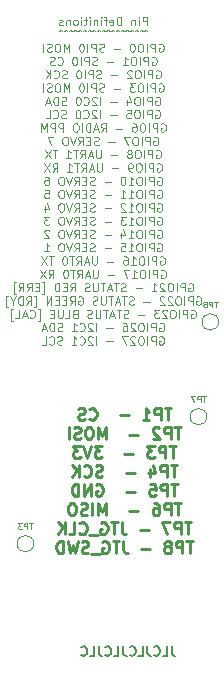
<source format=gbr>
%TF.GenerationSoftware,KiCad,Pcbnew,(6.0.0-0)*%
%TF.CreationDate,2022-10-07T18:10:28-04:00*%
%TF.ProjectId,hermes_v1,6865726d-6573-45f7-9631-2e6b69636164,rev?*%
%TF.SameCoordinates,Original*%
%TF.FileFunction,Legend,Bot*%
%TF.FilePolarity,Positive*%
%FSLAX46Y46*%
G04 Gerber Fmt 4.6, Leading zero omitted, Abs format (unit mm)*
G04 Created by KiCad (PCBNEW (6.0.0-0)) date 2022-10-07 18:10:28*
%MOMM*%
%LPD*%
G01*
G04 APERTURE LIST*
%ADD10C,0.125000*%
%ADD11C,0.250000*%
%ADD12C,0.200000*%
%ADD13C,0.120000*%
G04 APERTURE END LIST*
D10*
X256096666Y-39858666D02*
X256096666Y-39158666D01*
X255830000Y-39158666D01*
X255763333Y-39192000D01*
X255730000Y-39225333D01*
X255696666Y-39292000D01*
X255696666Y-39392000D01*
X255730000Y-39458666D01*
X255763333Y-39492000D01*
X255830000Y-39525333D01*
X256096666Y-39525333D01*
X255396666Y-39858666D02*
X255396666Y-39392000D01*
X255396666Y-39158666D02*
X255430000Y-39192000D01*
X255396666Y-39225333D01*
X255363333Y-39192000D01*
X255396666Y-39158666D01*
X255396666Y-39225333D01*
X255063333Y-39392000D02*
X255063333Y-39858666D01*
X255063333Y-39458666D02*
X255030000Y-39425333D01*
X254963333Y-39392000D01*
X254863333Y-39392000D01*
X254796666Y-39425333D01*
X254763333Y-39492000D01*
X254763333Y-39858666D01*
X253896666Y-39858666D02*
X253896666Y-39158666D01*
X253730000Y-39158666D01*
X253630000Y-39192000D01*
X253563333Y-39258666D01*
X253530000Y-39325333D01*
X253496666Y-39458666D01*
X253496666Y-39558666D01*
X253530000Y-39692000D01*
X253563333Y-39758666D01*
X253630000Y-39825333D01*
X253730000Y-39858666D01*
X253896666Y-39858666D01*
X252930000Y-39825333D02*
X252996666Y-39858666D01*
X253130000Y-39858666D01*
X253196666Y-39825333D01*
X253230000Y-39758666D01*
X253230000Y-39492000D01*
X253196666Y-39425333D01*
X253130000Y-39392000D01*
X252996666Y-39392000D01*
X252930000Y-39425333D01*
X252896666Y-39492000D01*
X252896666Y-39558666D01*
X253230000Y-39625333D01*
X252696666Y-39392000D02*
X252430000Y-39392000D01*
X252596666Y-39858666D02*
X252596666Y-39258666D01*
X252563333Y-39192000D01*
X252496666Y-39158666D01*
X252430000Y-39158666D01*
X252196666Y-39858666D02*
X252196666Y-39392000D01*
X252196666Y-39158666D02*
X252230000Y-39192000D01*
X252196666Y-39225333D01*
X252163333Y-39192000D01*
X252196666Y-39158666D01*
X252196666Y-39225333D01*
X251863333Y-39392000D02*
X251863333Y-39858666D01*
X251863333Y-39458666D02*
X251830000Y-39425333D01*
X251763333Y-39392000D01*
X251663333Y-39392000D01*
X251596666Y-39425333D01*
X251563333Y-39492000D01*
X251563333Y-39858666D01*
X251230000Y-39858666D02*
X251230000Y-39392000D01*
X251230000Y-39158666D02*
X251263333Y-39192000D01*
X251230000Y-39225333D01*
X251196666Y-39192000D01*
X251230000Y-39158666D01*
X251230000Y-39225333D01*
X250996666Y-39392000D02*
X250730000Y-39392000D01*
X250896666Y-39158666D02*
X250896666Y-39758666D01*
X250863333Y-39825333D01*
X250796666Y-39858666D01*
X250730000Y-39858666D01*
X250496666Y-39858666D02*
X250496666Y-39392000D01*
X250496666Y-39158666D02*
X250530000Y-39192000D01*
X250496666Y-39225333D01*
X250463333Y-39192000D01*
X250496666Y-39158666D01*
X250496666Y-39225333D01*
X250063333Y-39858666D02*
X250130000Y-39825333D01*
X250163333Y-39792000D01*
X250196666Y-39725333D01*
X250196666Y-39525333D01*
X250163333Y-39458666D01*
X250130000Y-39425333D01*
X250063333Y-39392000D01*
X249963333Y-39392000D01*
X249896666Y-39425333D01*
X249863333Y-39458666D01*
X249830000Y-39525333D01*
X249830000Y-39725333D01*
X249863333Y-39792000D01*
X249896666Y-39825333D01*
X249963333Y-39858666D01*
X250063333Y-39858666D01*
X249530000Y-39392000D02*
X249530000Y-39858666D01*
X249530000Y-39458666D02*
X249496666Y-39425333D01*
X249430000Y-39392000D01*
X249330000Y-39392000D01*
X249263333Y-39425333D01*
X249230000Y-39492000D01*
X249230000Y-39858666D01*
X248930000Y-39825333D02*
X248863333Y-39858666D01*
X248730000Y-39858666D01*
X248663333Y-39825333D01*
X248630000Y-39758666D01*
X248630000Y-39725333D01*
X248663333Y-39658666D01*
X248730000Y-39625333D01*
X248830000Y-39625333D01*
X248896666Y-39592000D01*
X248930000Y-39525333D01*
X248930000Y-39492000D01*
X248896666Y-39425333D01*
X248830000Y-39392000D01*
X248730000Y-39392000D01*
X248663333Y-39425333D01*
X256113333Y-40352333D02*
X255980000Y-40252333D01*
X255846666Y-40352333D01*
X255713333Y-40352333D02*
X255580000Y-40252333D01*
X255446666Y-40352333D01*
X255313333Y-40352333D02*
X255180000Y-40252333D01*
X255046666Y-40352333D01*
X254913333Y-40352333D02*
X254780000Y-40252333D01*
X254646666Y-40352333D01*
X254513333Y-40352333D02*
X254380000Y-40252333D01*
X254246666Y-40352333D01*
X254113333Y-40352333D02*
X253980000Y-40252333D01*
X253846666Y-40352333D01*
X253713333Y-40352333D02*
X253580000Y-40252333D01*
X253446666Y-40352333D01*
X253313333Y-40352333D02*
X253180000Y-40252333D01*
X253046666Y-40352333D01*
X252913333Y-40352333D02*
X252780000Y-40252333D01*
X252646666Y-40352333D01*
X252513333Y-40352333D02*
X252380000Y-40252333D01*
X252246666Y-40352333D01*
X252113333Y-40352333D02*
X251980000Y-40252333D01*
X251846666Y-40352333D01*
X251713333Y-40352333D02*
X251580000Y-40252333D01*
X251446666Y-40352333D01*
X251313333Y-40352333D02*
X251180000Y-40252333D01*
X251046666Y-40352333D01*
X250913333Y-40352333D02*
X250780000Y-40252333D01*
X250646666Y-40352333D01*
X250513333Y-40352333D02*
X250380000Y-40252333D01*
X250246666Y-40352333D01*
X250113333Y-40352333D02*
X249980000Y-40252333D01*
X249846666Y-40352333D01*
X249713333Y-40352333D02*
X249580000Y-40252333D01*
X249446666Y-40352333D01*
X249313333Y-40352333D02*
X249180000Y-40252333D01*
X249046666Y-40352333D01*
X248913333Y-40352333D02*
X248780000Y-40252333D01*
X248646666Y-40352333D01*
X257096666Y-41446000D02*
X257163333Y-41412666D01*
X257263333Y-41412666D01*
X257363333Y-41446000D01*
X257430000Y-41512666D01*
X257463333Y-41579333D01*
X257496666Y-41712666D01*
X257496666Y-41812666D01*
X257463333Y-41946000D01*
X257430000Y-42012666D01*
X257363333Y-42079333D01*
X257263333Y-42112666D01*
X257196666Y-42112666D01*
X257096666Y-42079333D01*
X257063333Y-42046000D01*
X257063333Y-41812666D01*
X257196666Y-41812666D01*
X256763333Y-42112666D02*
X256763333Y-41412666D01*
X256496666Y-41412666D01*
X256430000Y-41446000D01*
X256396666Y-41479333D01*
X256363333Y-41546000D01*
X256363333Y-41646000D01*
X256396666Y-41712666D01*
X256430000Y-41746000D01*
X256496666Y-41779333D01*
X256763333Y-41779333D01*
X256063333Y-42112666D02*
X256063333Y-41412666D01*
X255596666Y-41412666D02*
X255463333Y-41412666D01*
X255396666Y-41446000D01*
X255330000Y-41512666D01*
X255296666Y-41646000D01*
X255296666Y-41879333D01*
X255330000Y-42012666D01*
X255396666Y-42079333D01*
X255463333Y-42112666D01*
X255596666Y-42112666D01*
X255663333Y-42079333D01*
X255730000Y-42012666D01*
X255763333Y-41879333D01*
X255763333Y-41646000D01*
X255730000Y-41512666D01*
X255663333Y-41446000D01*
X255596666Y-41412666D01*
X254863333Y-41412666D02*
X254796666Y-41412666D01*
X254730000Y-41446000D01*
X254696666Y-41479333D01*
X254663333Y-41546000D01*
X254630000Y-41679333D01*
X254630000Y-41846000D01*
X254663333Y-41979333D01*
X254696666Y-42046000D01*
X254730000Y-42079333D01*
X254796666Y-42112666D01*
X254863333Y-42112666D01*
X254930000Y-42079333D01*
X254963333Y-42046000D01*
X254996666Y-41979333D01*
X255030000Y-41846000D01*
X255030000Y-41679333D01*
X254996666Y-41546000D01*
X254963333Y-41479333D01*
X254930000Y-41446000D01*
X254863333Y-41412666D01*
X253796666Y-41846000D02*
X253263333Y-41846000D01*
X252430000Y-42079333D02*
X252330000Y-42112666D01*
X252163333Y-42112666D01*
X252096666Y-42079333D01*
X252063333Y-42046000D01*
X252030000Y-41979333D01*
X252030000Y-41912666D01*
X252063333Y-41846000D01*
X252096666Y-41812666D01*
X252163333Y-41779333D01*
X252296666Y-41746000D01*
X252363333Y-41712666D01*
X252396666Y-41679333D01*
X252430000Y-41612666D01*
X252430000Y-41546000D01*
X252396666Y-41479333D01*
X252363333Y-41446000D01*
X252296666Y-41412666D01*
X252130000Y-41412666D01*
X252030000Y-41446000D01*
X251730000Y-42112666D02*
X251730000Y-41412666D01*
X251463333Y-41412666D01*
X251396666Y-41446000D01*
X251363333Y-41479333D01*
X251330000Y-41546000D01*
X251330000Y-41646000D01*
X251363333Y-41712666D01*
X251396666Y-41746000D01*
X251463333Y-41779333D01*
X251730000Y-41779333D01*
X251030000Y-42112666D02*
X251030000Y-41412666D01*
X250563333Y-41412666D02*
X250496666Y-41412666D01*
X250430000Y-41446000D01*
X250396666Y-41479333D01*
X250363333Y-41546000D01*
X250330000Y-41679333D01*
X250330000Y-41846000D01*
X250363333Y-41979333D01*
X250396666Y-42046000D01*
X250430000Y-42079333D01*
X250496666Y-42112666D01*
X250563333Y-42112666D01*
X250630000Y-42079333D01*
X250663333Y-42046000D01*
X250696666Y-41979333D01*
X250730000Y-41846000D01*
X250730000Y-41679333D01*
X250696666Y-41546000D01*
X250663333Y-41479333D01*
X250630000Y-41446000D01*
X250563333Y-41412666D01*
X249496666Y-42112666D02*
X249496666Y-41412666D01*
X249263333Y-41912666D01*
X249030000Y-41412666D01*
X249030000Y-42112666D01*
X248563333Y-41412666D02*
X248430000Y-41412666D01*
X248363333Y-41446000D01*
X248296666Y-41512666D01*
X248263333Y-41646000D01*
X248263333Y-41879333D01*
X248296666Y-42012666D01*
X248363333Y-42079333D01*
X248430000Y-42112666D01*
X248563333Y-42112666D01*
X248630000Y-42079333D01*
X248696666Y-42012666D01*
X248730000Y-41879333D01*
X248730000Y-41646000D01*
X248696666Y-41512666D01*
X248630000Y-41446000D01*
X248563333Y-41412666D01*
X247996666Y-42079333D02*
X247896666Y-42112666D01*
X247730000Y-42112666D01*
X247663333Y-42079333D01*
X247630000Y-42046000D01*
X247596666Y-41979333D01*
X247596666Y-41912666D01*
X247630000Y-41846000D01*
X247663333Y-41812666D01*
X247730000Y-41779333D01*
X247863333Y-41746000D01*
X247930000Y-41712666D01*
X247963333Y-41679333D01*
X247996666Y-41612666D01*
X247996666Y-41546000D01*
X247963333Y-41479333D01*
X247930000Y-41446000D01*
X247863333Y-41412666D01*
X247696666Y-41412666D01*
X247596666Y-41446000D01*
X247296666Y-42112666D02*
X247296666Y-41412666D01*
X256513333Y-42573000D02*
X256580000Y-42539666D01*
X256680000Y-42539666D01*
X256780000Y-42573000D01*
X256846666Y-42639666D01*
X256880000Y-42706333D01*
X256913333Y-42839666D01*
X256913333Y-42939666D01*
X256880000Y-43073000D01*
X256846666Y-43139666D01*
X256780000Y-43206333D01*
X256680000Y-43239666D01*
X256613333Y-43239666D01*
X256513333Y-43206333D01*
X256480000Y-43173000D01*
X256480000Y-42939666D01*
X256613333Y-42939666D01*
X256180000Y-43239666D02*
X256180000Y-42539666D01*
X255913333Y-42539666D01*
X255846666Y-42573000D01*
X255813333Y-42606333D01*
X255780000Y-42673000D01*
X255780000Y-42773000D01*
X255813333Y-42839666D01*
X255846666Y-42873000D01*
X255913333Y-42906333D01*
X256180000Y-42906333D01*
X255480000Y-43239666D02*
X255480000Y-42539666D01*
X255013333Y-42539666D02*
X254880000Y-42539666D01*
X254813333Y-42573000D01*
X254746666Y-42639666D01*
X254713333Y-42773000D01*
X254713333Y-43006333D01*
X254746666Y-43139666D01*
X254813333Y-43206333D01*
X254880000Y-43239666D01*
X255013333Y-43239666D01*
X255080000Y-43206333D01*
X255146666Y-43139666D01*
X255180000Y-43006333D01*
X255180000Y-42773000D01*
X255146666Y-42639666D01*
X255080000Y-42573000D01*
X255013333Y-42539666D01*
X254046666Y-43239666D02*
X254446666Y-43239666D01*
X254246666Y-43239666D02*
X254246666Y-42539666D01*
X254313333Y-42639666D01*
X254380000Y-42706333D01*
X254446666Y-42739666D01*
X253213333Y-42973000D02*
X252680000Y-42973000D01*
X251846666Y-43206333D02*
X251746666Y-43239666D01*
X251580000Y-43239666D01*
X251513333Y-43206333D01*
X251480000Y-43173000D01*
X251446666Y-43106333D01*
X251446666Y-43039666D01*
X251480000Y-42973000D01*
X251513333Y-42939666D01*
X251580000Y-42906333D01*
X251713333Y-42873000D01*
X251780000Y-42839666D01*
X251813333Y-42806333D01*
X251846666Y-42739666D01*
X251846666Y-42673000D01*
X251813333Y-42606333D01*
X251780000Y-42573000D01*
X251713333Y-42539666D01*
X251546666Y-42539666D01*
X251446666Y-42573000D01*
X251146666Y-43239666D02*
X251146666Y-42539666D01*
X250880000Y-42539666D01*
X250813333Y-42573000D01*
X250780000Y-42606333D01*
X250746666Y-42673000D01*
X250746666Y-42773000D01*
X250780000Y-42839666D01*
X250813333Y-42873000D01*
X250880000Y-42906333D01*
X251146666Y-42906333D01*
X250446666Y-43239666D02*
X250446666Y-42539666D01*
X249980000Y-42539666D02*
X249913333Y-42539666D01*
X249846666Y-42573000D01*
X249813333Y-42606333D01*
X249780000Y-42673000D01*
X249746666Y-42806333D01*
X249746666Y-42973000D01*
X249780000Y-43106333D01*
X249813333Y-43173000D01*
X249846666Y-43206333D01*
X249913333Y-43239666D01*
X249980000Y-43239666D01*
X250046666Y-43206333D01*
X250080000Y-43173000D01*
X250113333Y-43106333D01*
X250146666Y-42973000D01*
X250146666Y-42806333D01*
X250113333Y-42673000D01*
X250080000Y-42606333D01*
X250046666Y-42573000D01*
X249980000Y-42539666D01*
X248513333Y-43173000D02*
X248546666Y-43206333D01*
X248646666Y-43239666D01*
X248713333Y-43239666D01*
X248813333Y-43206333D01*
X248880000Y-43139666D01*
X248913333Y-43073000D01*
X248946666Y-42939666D01*
X248946666Y-42839666D01*
X248913333Y-42706333D01*
X248880000Y-42639666D01*
X248813333Y-42573000D01*
X248713333Y-42539666D01*
X248646666Y-42539666D01*
X248546666Y-42573000D01*
X248513333Y-42606333D01*
X248246666Y-43206333D02*
X248146666Y-43239666D01*
X247980000Y-43239666D01*
X247913333Y-43206333D01*
X247880000Y-43173000D01*
X247846666Y-43106333D01*
X247846666Y-43039666D01*
X247880000Y-42973000D01*
X247913333Y-42939666D01*
X247980000Y-42906333D01*
X248113333Y-42873000D01*
X248180000Y-42839666D01*
X248213333Y-42806333D01*
X248246666Y-42739666D01*
X248246666Y-42673000D01*
X248213333Y-42606333D01*
X248180000Y-42573000D01*
X248113333Y-42539666D01*
X247946666Y-42539666D01*
X247846666Y-42573000D01*
X256863333Y-43700000D02*
X256930000Y-43666666D01*
X257030000Y-43666666D01*
X257130000Y-43700000D01*
X257196666Y-43766666D01*
X257230000Y-43833333D01*
X257263333Y-43966666D01*
X257263333Y-44066666D01*
X257230000Y-44200000D01*
X257196666Y-44266666D01*
X257130000Y-44333333D01*
X257030000Y-44366666D01*
X256963333Y-44366666D01*
X256863333Y-44333333D01*
X256830000Y-44300000D01*
X256830000Y-44066666D01*
X256963333Y-44066666D01*
X256530000Y-44366666D02*
X256530000Y-43666666D01*
X256263333Y-43666666D01*
X256196666Y-43700000D01*
X256163333Y-43733333D01*
X256130000Y-43800000D01*
X256130000Y-43900000D01*
X256163333Y-43966666D01*
X256196666Y-44000000D01*
X256263333Y-44033333D01*
X256530000Y-44033333D01*
X255830000Y-44366666D02*
X255830000Y-43666666D01*
X255363333Y-43666666D02*
X255230000Y-43666666D01*
X255163333Y-43700000D01*
X255096666Y-43766666D01*
X255063333Y-43900000D01*
X255063333Y-44133333D01*
X255096666Y-44266666D01*
X255163333Y-44333333D01*
X255230000Y-44366666D01*
X255363333Y-44366666D01*
X255430000Y-44333333D01*
X255496666Y-44266666D01*
X255530000Y-44133333D01*
X255530000Y-43900000D01*
X255496666Y-43766666D01*
X255430000Y-43700000D01*
X255363333Y-43666666D01*
X254796666Y-43733333D02*
X254763333Y-43700000D01*
X254696666Y-43666666D01*
X254530000Y-43666666D01*
X254463333Y-43700000D01*
X254430000Y-43733333D01*
X254396666Y-43800000D01*
X254396666Y-43866666D01*
X254430000Y-43966666D01*
X254830000Y-44366666D01*
X254396666Y-44366666D01*
X253563333Y-44100000D02*
X253030000Y-44100000D01*
X252196666Y-44333333D02*
X252096666Y-44366666D01*
X251930000Y-44366666D01*
X251863333Y-44333333D01*
X251830000Y-44300000D01*
X251796666Y-44233333D01*
X251796666Y-44166666D01*
X251830000Y-44100000D01*
X251863333Y-44066666D01*
X251930000Y-44033333D01*
X252063333Y-44000000D01*
X252130000Y-43966666D01*
X252163333Y-43933333D01*
X252196666Y-43866666D01*
X252196666Y-43800000D01*
X252163333Y-43733333D01*
X252130000Y-43700000D01*
X252063333Y-43666666D01*
X251896666Y-43666666D01*
X251796666Y-43700000D01*
X251496666Y-44366666D02*
X251496666Y-43666666D01*
X251230000Y-43666666D01*
X251163333Y-43700000D01*
X251130000Y-43733333D01*
X251096666Y-43800000D01*
X251096666Y-43900000D01*
X251130000Y-43966666D01*
X251163333Y-44000000D01*
X251230000Y-44033333D01*
X251496666Y-44033333D01*
X250796666Y-44366666D02*
X250796666Y-43666666D01*
X250330000Y-43666666D02*
X250263333Y-43666666D01*
X250196666Y-43700000D01*
X250163333Y-43733333D01*
X250130000Y-43800000D01*
X250096666Y-43933333D01*
X250096666Y-44100000D01*
X250130000Y-44233333D01*
X250163333Y-44300000D01*
X250196666Y-44333333D01*
X250263333Y-44366666D01*
X250330000Y-44366666D01*
X250396666Y-44333333D01*
X250430000Y-44300000D01*
X250463333Y-44233333D01*
X250496666Y-44100000D01*
X250496666Y-43933333D01*
X250463333Y-43800000D01*
X250430000Y-43733333D01*
X250396666Y-43700000D01*
X250330000Y-43666666D01*
X249296666Y-44333333D02*
X249196666Y-44366666D01*
X249030000Y-44366666D01*
X248963333Y-44333333D01*
X248930000Y-44300000D01*
X248896666Y-44233333D01*
X248896666Y-44166666D01*
X248930000Y-44100000D01*
X248963333Y-44066666D01*
X249030000Y-44033333D01*
X249163333Y-44000000D01*
X249230000Y-43966666D01*
X249263333Y-43933333D01*
X249296666Y-43866666D01*
X249296666Y-43800000D01*
X249263333Y-43733333D01*
X249230000Y-43700000D01*
X249163333Y-43666666D01*
X248996666Y-43666666D01*
X248896666Y-43700000D01*
X248196666Y-44300000D02*
X248230000Y-44333333D01*
X248330000Y-44366666D01*
X248396666Y-44366666D01*
X248496666Y-44333333D01*
X248563333Y-44266666D01*
X248596666Y-44200000D01*
X248630000Y-44066666D01*
X248630000Y-43966666D01*
X248596666Y-43833333D01*
X248563333Y-43766666D01*
X248496666Y-43700000D01*
X248396666Y-43666666D01*
X248330000Y-43666666D01*
X248230000Y-43700000D01*
X248196666Y-43733333D01*
X247896666Y-44366666D02*
X247896666Y-43666666D01*
X247496666Y-44366666D02*
X247796666Y-43966666D01*
X247496666Y-43666666D02*
X247896666Y-44066666D01*
X257096666Y-44827000D02*
X257163333Y-44793666D01*
X257263333Y-44793666D01*
X257363333Y-44827000D01*
X257430000Y-44893666D01*
X257463333Y-44960333D01*
X257496666Y-45093666D01*
X257496666Y-45193666D01*
X257463333Y-45327000D01*
X257430000Y-45393666D01*
X257363333Y-45460333D01*
X257263333Y-45493666D01*
X257196666Y-45493666D01*
X257096666Y-45460333D01*
X257063333Y-45427000D01*
X257063333Y-45193666D01*
X257196666Y-45193666D01*
X256763333Y-45493666D02*
X256763333Y-44793666D01*
X256496666Y-44793666D01*
X256430000Y-44827000D01*
X256396666Y-44860333D01*
X256363333Y-44927000D01*
X256363333Y-45027000D01*
X256396666Y-45093666D01*
X256430000Y-45127000D01*
X256496666Y-45160333D01*
X256763333Y-45160333D01*
X256063333Y-45493666D02*
X256063333Y-44793666D01*
X255596666Y-44793666D02*
X255463333Y-44793666D01*
X255396666Y-44827000D01*
X255330000Y-44893666D01*
X255296666Y-45027000D01*
X255296666Y-45260333D01*
X255330000Y-45393666D01*
X255396666Y-45460333D01*
X255463333Y-45493666D01*
X255596666Y-45493666D01*
X255663333Y-45460333D01*
X255730000Y-45393666D01*
X255763333Y-45260333D01*
X255763333Y-45027000D01*
X255730000Y-44893666D01*
X255663333Y-44827000D01*
X255596666Y-44793666D01*
X255063333Y-44793666D02*
X254630000Y-44793666D01*
X254863333Y-45060333D01*
X254763333Y-45060333D01*
X254696666Y-45093666D01*
X254663333Y-45127000D01*
X254630000Y-45193666D01*
X254630000Y-45360333D01*
X254663333Y-45427000D01*
X254696666Y-45460333D01*
X254763333Y-45493666D01*
X254963333Y-45493666D01*
X255030000Y-45460333D01*
X255063333Y-45427000D01*
X253796666Y-45227000D02*
X253263333Y-45227000D01*
X252430000Y-45460333D02*
X252330000Y-45493666D01*
X252163333Y-45493666D01*
X252096666Y-45460333D01*
X252063333Y-45427000D01*
X252030000Y-45360333D01*
X252030000Y-45293666D01*
X252063333Y-45227000D01*
X252096666Y-45193666D01*
X252163333Y-45160333D01*
X252296666Y-45127000D01*
X252363333Y-45093666D01*
X252396666Y-45060333D01*
X252430000Y-44993666D01*
X252430000Y-44927000D01*
X252396666Y-44860333D01*
X252363333Y-44827000D01*
X252296666Y-44793666D01*
X252130000Y-44793666D01*
X252030000Y-44827000D01*
X251730000Y-45493666D02*
X251730000Y-44793666D01*
X251463333Y-44793666D01*
X251396666Y-44827000D01*
X251363333Y-44860333D01*
X251330000Y-44927000D01*
X251330000Y-45027000D01*
X251363333Y-45093666D01*
X251396666Y-45127000D01*
X251463333Y-45160333D01*
X251730000Y-45160333D01*
X251030000Y-45493666D02*
X251030000Y-44793666D01*
X250563333Y-44793666D02*
X250496666Y-44793666D01*
X250430000Y-44827000D01*
X250396666Y-44860333D01*
X250363333Y-44927000D01*
X250330000Y-45060333D01*
X250330000Y-45227000D01*
X250363333Y-45360333D01*
X250396666Y-45427000D01*
X250430000Y-45460333D01*
X250496666Y-45493666D01*
X250563333Y-45493666D01*
X250630000Y-45460333D01*
X250663333Y-45427000D01*
X250696666Y-45360333D01*
X250730000Y-45227000D01*
X250730000Y-45060333D01*
X250696666Y-44927000D01*
X250663333Y-44860333D01*
X250630000Y-44827000D01*
X250563333Y-44793666D01*
X249496666Y-45493666D02*
X249496666Y-44793666D01*
X249263333Y-45293666D01*
X249030000Y-44793666D01*
X249030000Y-45493666D01*
X248563333Y-44793666D02*
X248430000Y-44793666D01*
X248363333Y-44827000D01*
X248296666Y-44893666D01*
X248263333Y-45027000D01*
X248263333Y-45260333D01*
X248296666Y-45393666D01*
X248363333Y-45460333D01*
X248430000Y-45493666D01*
X248563333Y-45493666D01*
X248630000Y-45460333D01*
X248696666Y-45393666D01*
X248730000Y-45260333D01*
X248730000Y-45027000D01*
X248696666Y-44893666D01*
X248630000Y-44827000D01*
X248563333Y-44793666D01*
X247996666Y-45460333D02*
X247896666Y-45493666D01*
X247730000Y-45493666D01*
X247663333Y-45460333D01*
X247630000Y-45427000D01*
X247596666Y-45360333D01*
X247596666Y-45293666D01*
X247630000Y-45227000D01*
X247663333Y-45193666D01*
X247730000Y-45160333D01*
X247863333Y-45127000D01*
X247930000Y-45093666D01*
X247963333Y-45060333D01*
X247996666Y-44993666D01*
X247996666Y-44927000D01*
X247963333Y-44860333D01*
X247930000Y-44827000D01*
X247863333Y-44793666D01*
X247696666Y-44793666D01*
X247596666Y-44827000D01*
X247296666Y-45493666D02*
X247296666Y-44793666D01*
X256813333Y-45954000D02*
X256880000Y-45920666D01*
X256980000Y-45920666D01*
X257080000Y-45954000D01*
X257146666Y-46020666D01*
X257180000Y-46087333D01*
X257213333Y-46220666D01*
X257213333Y-46320666D01*
X257180000Y-46454000D01*
X257146666Y-46520666D01*
X257080000Y-46587333D01*
X256980000Y-46620666D01*
X256913333Y-46620666D01*
X256813333Y-46587333D01*
X256780000Y-46554000D01*
X256780000Y-46320666D01*
X256913333Y-46320666D01*
X256480000Y-46620666D02*
X256480000Y-45920666D01*
X256213333Y-45920666D01*
X256146666Y-45954000D01*
X256113333Y-45987333D01*
X256080000Y-46054000D01*
X256080000Y-46154000D01*
X256113333Y-46220666D01*
X256146666Y-46254000D01*
X256213333Y-46287333D01*
X256480000Y-46287333D01*
X255780000Y-46620666D02*
X255780000Y-45920666D01*
X255313333Y-45920666D02*
X255180000Y-45920666D01*
X255113333Y-45954000D01*
X255046666Y-46020666D01*
X255013333Y-46154000D01*
X255013333Y-46387333D01*
X255046666Y-46520666D01*
X255113333Y-46587333D01*
X255180000Y-46620666D01*
X255313333Y-46620666D01*
X255380000Y-46587333D01*
X255446666Y-46520666D01*
X255480000Y-46387333D01*
X255480000Y-46154000D01*
X255446666Y-46020666D01*
X255380000Y-45954000D01*
X255313333Y-45920666D01*
X254413333Y-46154000D02*
X254413333Y-46620666D01*
X254580000Y-45887333D02*
X254746666Y-46387333D01*
X254313333Y-46387333D01*
X253513333Y-46354000D02*
X252980000Y-46354000D01*
X252113333Y-46620666D02*
X252113333Y-45920666D01*
X251813333Y-45987333D02*
X251780000Y-45954000D01*
X251713333Y-45920666D01*
X251546666Y-45920666D01*
X251480000Y-45954000D01*
X251446666Y-45987333D01*
X251413333Y-46054000D01*
X251413333Y-46120666D01*
X251446666Y-46220666D01*
X251846666Y-46620666D01*
X251413333Y-46620666D01*
X250713333Y-46554000D02*
X250746666Y-46587333D01*
X250846666Y-46620666D01*
X250913333Y-46620666D01*
X251013333Y-46587333D01*
X251080000Y-46520666D01*
X251113333Y-46454000D01*
X251146666Y-46320666D01*
X251146666Y-46220666D01*
X251113333Y-46087333D01*
X251080000Y-46020666D01*
X251013333Y-45954000D01*
X250913333Y-45920666D01*
X250846666Y-45920666D01*
X250746666Y-45954000D01*
X250713333Y-45987333D01*
X250280000Y-45920666D02*
X250213333Y-45920666D01*
X250146666Y-45954000D01*
X250113333Y-45987333D01*
X250080000Y-46054000D01*
X250046666Y-46187333D01*
X250046666Y-46354000D01*
X250080000Y-46487333D01*
X250113333Y-46554000D01*
X250146666Y-46587333D01*
X250213333Y-46620666D01*
X250280000Y-46620666D01*
X250346666Y-46587333D01*
X250380000Y-46554000D01*
X250413333Y-46487333D01*
X250446666Y-46354000D01*
X250446666Y-46187333D01*
X250413333Y-46054000D01*
X250380000Y-45987333D01*
X250346666Y-45954000D01*
X250280000Y-45920666D01*
X249246666Y-46587333D02*
X249146666Y-46620666D01*
X248980000Y-46620666D01*
X248913333Y-46587333D01*
X248880000Y-46554000D01*
X248846666Y-46487333D01*
X248846666Y-46420666D01*
X248880000Y-46354000D01*
X248913333Y-46320666D01*
X248980000Y-46287333D01*
X249113333Y-46254000D01*
X249180000Y-46220666D01*
X249213333Y-46187333D01*
X249246666Y-46120666D01*
X249246666Y-46054000D01*
X249213333Y-45987333D01*
X249180000Y-45954000D01*
X249113333Y-45920666D01*
X248946666Y-45920666D01*
X248846666Y-45954000D01*
X248546666Y-46620666D02*
X248546666Y-45920666D01*
X248380000Y-45920666D01*
X248280000Y-45954000D01*
X248213333Y-46020666D01*
X248180000Y-46087333D01*
X248146666Y-46220666D01*
X248146666Y-46320666D01*
X248180000Y-46454000D01*
X248213333Y-46520666D01*
X248280000Y-46587333D01*
X248380000Y-46620666D01*
X248546666Y-46620666D01*
X247880000Y-46420666D02*
X247546666Y-46420666D01*
X247946666Y-46620666D02*
X247713333Y-45920666D01*
X247480000Y-46620666D01*
X256796666Y-47081000D02*
X256863333Y-47047666D01*
X256963333Y-47047666D01*
X257063333Y-47081000D01*
X257130000Y-47147666D01*
X257163333Y-47214333D01*
X257196666Y-47347666D01*
X257196666Y-47447666D01*
X257163333Y-47581000D01*
X257130000Y-47647666D01*
X257063333Y-47714333D01*
X256963333Y-47747666D01*
X256896666Y-47747666D01*
X256796666Y-47714333D01*
X256763333Y-47681000D01*
X256763333Y-47447666D01*
X256896666Y-47447666D01*
X256463333Y-47747666D02*
X256463333Y-47047666D01*
X256196666Y-47047666D01*
X256130000Y-47081000D01*
X256096666Y-47114333D01*
X256063333Y-47181000D01*
X256063333Y-47281000D01*
X256096666Y-47347666D01*
X256130000Y-47381000D01*
X256196666Y-47414333D01*
X256463333Y-47414333D01*
X255763333Y-47747666D02*
X255763333Y-47047666D01*
X255296666Y-47047666D02*
X255163333Y-47047666D01*
X255096666Y-47081000D01*
X255030000Y-47147666D01*
X254996666Y-47281000D01*
X254996666Y-47514333D01*
X255030000Y-47647666D01*
X255096666Y-47714333D01*
X255163333Y-47747666D01*
X255296666Y-47747666D01*
X255363333Y-47714333D01*
X255430000Y-47647666D01*
X255463333Y-47514333D01*
X255463333Y-47281000D01*
X255430000Y-47147666D01*
X255363333Y-47081000D01*
X255296666Y-47047666D01*
X254363333Y-47047666D02*
X254696666Y-47047666D01*
X254730000Y-47381000D01*
X254696666Y-47347666D01*
X254630000Y-47314333D01*
X254463333Y-47314333D01*
X254396666Y-47347666D01*
X254363333Y-47381000D01*
X254330000Y-47447666D01*
X254330000Y-47614333D01*
X254363333Y-47681000D01*
X254396666Y-47714333D01*
X254463333Y-47747666D01*
X254630000Y-47747666D01*
X254696666Y-47714333D01*
X254730000Y-47681000D01*
X253496666Y-47481000D02*
X252963333Y-47481000D01*
X252096666Y-47747666D02*
X252096666Y-47047666D01*
X251796666Y-47114333D02*
X251763333Y-47081000D01*
X251696666Y-47047666D01*
X251530000Y-47047666D01*
X251463333Y-47081000D01*
X251430000Y-47114333D01*
X251396666Y-47181000D01*
X251396666Y-47247666D01*
X251430000Y-47347666D01*
X251830000Y-47747666D01*
X251396666Y-47747666D01*
X250696666Y-47681000D02*
X250730000Y-47714333D01*
X250830000Y-47747666D01*
X250896666Y-47747666D01*
X250996666Y-47714333D01*
X251063333Y-47647666D01*
X251096666Y-47581000D01*
X251130000Y-47447666D01*
X251130000Y-47347666D01*
X251096666Y-47214333D01*
X251063333Y-47147666D01*
X250996666Y-47081000D01*
X250896666Y-47047666D01*
X250830000Y-47047666D01*
X250730000Y-47081000D01*
X250696666Y-47114333D01*
X250263333Y-47047666D02*
X250196666Y-47047666D01*
X250130000Y-47081000D01*
X250096666Y-47114333D01*
X250063333Y-47181000D01*
X250030000Y-47314333D01*
X250030000Y-47481000D01*
X250063333Y-47614333D01*
X250096666Y-47681000D01*
X250130000Y-47714333D01*
X250196666Y-47747666D01*
X250263333Y-47747666D01*
X250330000Y-47714333D01*
X250363333Y-47681000D01*
X250396666Y-47614333D01*
X250430000Y-47481000D01*
X250430000Y-47314333D01*
X250396666Y-47181000D01*
X250363333Y-47114333D01*
X250330000Y-47081000D01*
X250263333Y-47047666D01*
X249230000Y-47714333D02*
X249130000Y-47747666D01*
X248963333Y-47747666D01*
X248896666Y-47714333D01*
X248863333Y-47681000D01*
X248830000Y-47614333D01*
X248830000Y-47547666D01*
X248863333Y-47481000D01*
X248896666Y-47447666D01*
X248963333Y-47414333D01*
X249096666Y-47381000D01*
X249163333Y-47347666D01*
X249196666Y-47314333D01*
X249230000Y-47247666D01*
X249230000Y-47181000D01*
X249196666Y-47114333D01*
X249163333Y-47081000D01*
X249096666Y-47047666D01*
X248930000Y-47047666D01*
X248830000Y-47081000D01*
X248130000Y-47681000D02*
X248163333Y-47714333D01*
X248263333Y-47747666D01*
X248330000Y-47747666D01*
X248430000Y-47714333D01*
X248496666Y-47647666D01*
X248530000Y-47581000D01*
X248563333Y-47447666D01*
X248563333Y-47347666D01*
X248530000Y-47214333D01*
X248496666Y-47147666D01*
X248430000Y-47081000D01*
X248330000Y-47047666D01*
X248263333Y-47047666D01*
X248163333Y-47081000D01*
X248130000Y-47114333D01*
X247496666Y-47747666D02*
X247830000Y-47747666D01*
X247830000Y-47047666D01*
X257280000Y-48208000D02*
X257346666Y-48174666D01*
X257446666Y-48174666D01*
X257546666Y-48208000D01*
X257613333Y-48274666D01*
X257646666Y-48341333D01*
X257680000Y-48474666D01*
X257680000Y-48574666D01*
X257646666Y-48708000D01*
X257613333Y-48774666D01*
X257546666Y-48841333D01*
X257446666Y-48874666D01*
X257380000Y-48874666D01*
X257280000Y-48841333D01*
X257246666Y-48808000D01*
X257246666Y-48574666D01*
X257380000Y-48574666D01*
X256946666Y-48874666D02*
X256946666Y-48174666D01*
X256680000Y-48174666D01*
X256613333Y-48208000D01*
X256580000Y-48241333D01*
X256546666Y-48308000D01*
X256546666Y-48408000D01*
X256580000Y-48474666D01*
X256613333Y-48508000D01*
X256680000Y-48541333D01*
X256946666Y-48541333D01*
X256246666Y-48874666D02*
X256246666Y-48174666D01*
X255780000Y-48174666D02*
X255646666Y-48174666D01*
X255580000Y-48208000D01*
X255513333Y-48274666D01*
X255480000Y-48408000D01*
X255480000Y-48641333D01*
X255513333Y-48774666D01*
X255580000Y-48841333D01*
X255646666Y-48874666D01*
X255780000Y-48874666D01*
X255846666Y-48841333D01*
X255913333Y-48774666D01*
X255946666Y-48641333D01*
X255946666Y-48408000D01*
X255913333Y-48274666D01*
X255846666Y-48208000D01*
X255780000Y-48174666D01*
X254880000Y-48174666D02*
X255013333Y-48174666D01*
X255080000Y-48208000D01*
X255113333Y-48241333D01*
X255180000Y-48341333D01*
X255213333Y-48474666D01*
X255213333Y-48741333D01*
X255180000Y-48808000D01*
X255146666Y-48841333D01*
X255080000Y-48874666D01*
X254946666Y-48874666D01*
X254880000Y-48841333D01*
X254846666Y-48808000D01*
X254813333Y-48741333D01*
X254813333Y-48574666D01*
X254846666Y-48508000D01*
X254880000Y-48474666D01*
X254946666Y-48441333D01*
X255080000Y-48441333D01*
X255146666Y-48474666D01*
X255180000Y-48508000D01*
X255213333Y-48574666D01*
X253980000Y-48608000D02*
X253446666Y-48608000D01*
X252180000Y-48874666D02*
X252413333Y-48541333D01*
X252580000Y-48874666D02*
X252580000Y-48174666D01*
X252313333Y-48174666D01*
X252246666Y-48208000D01*
X252213333Y-48241333D01*
X252180000Y-48308000D01*
X252180000Y-48408000D01*
X252213333Y-48474666D01*
X252246666Y-48508000D01*
X252313333Y-48541333D01*
X252580000Y-48541333D01*
X251913333Y-48674666D02*
X251580000Y-48674666D01*
X251980000Y-48874666D02*
X251746666Y-48174666D01*
X251513333Y-48874666D01*
X251280000Y-48874666D02*
X251280000Y-48174666D01*
X251113333Y-48174666D01*
X251013333Y-48208000D01*
X250946666Y-48274666D01*
X250913333Y-48341333D01*
X250880000Y-48474666D01*
X250880000Y-48574666D01*
X250913333Y-48708000D01*
X250946666Y-48774666D01*
X251013333Y-48841333D01*
X251113333Y-48874666D01*
X251280000Y-48874666D01*
X250580000Y-48874666D02*
X250580000Y-48174666D01*
X250113333Y-48174666D02*
X249980000Y-48174666D01*
X249913333Y-48208000D01*
X249846666Y-48274666D01*
X249813333Y-48408000D01*
X249813333Y-48641333D01*
X249846666Y-48774666D01*
X249913333Y-48841333D01*
X249980000Y-48874666D01*
X250113333Y-48874666D01*
X250180000Y-48841333D01*
X250246666Y-48774666D01*
X250280000Y-48641333D01*
X250280000Y-48408000D01*
X250246666Y-48274666D01*
X250180000Y-48208000D01*
X250113333Y-48174666D01*
X248980000Y-48874666D02*
X248980000Y-48174666D01*
X248713333Y-48174666D01*
X248646666Y-48208000D01*
X248613333Y-48241333D01*
X248580000Y-48308000D01*
X248580000Y-48408000D01*
X248613333Y-48474666D01*
X248646666Y-48508000D01*
X248713333Y-48541333D01*
X248980000Y-48541333D01*
X248280000Y-48874666D02*
X248280000Y-48174666D01*
X248013333Y-48174666D01*
X247946666Y-48208000D01*
X247913333Y-48241333D01*
X247880000Y-48308000D01*
X247880000Y-48408000D01*
X247913333Y-48474666D01*
X247946666Y-48508000D01*
X248013333Y-48541333D01*
X248280000Y-48541333D01*
X247580000Y-48874666D02*
X247580000Y-48174666D01*
X247346666Y-48674666D01*
X247113333Y-48174666D01*
X247113333Y-48874666D01*
X256646666Y-49335000D02*
X256713333Y-49301666D01*
X256813333Y-49301666D01*
X256913333Y-49335000D01*
X256980000Y-49401666D01*
X257013333Y-49468333D01*
X257046666Y-49601666D01*
X257046666Y-49701666D01*
X257013333Y-49835000D01*
X256980000Y-49901666D01*
X256913333Y-49968333D01*
X256813333Y-50001666D01*
X256746666Y-50001666D01*
X256646666Y-49968333D01*
X256613333Y-49935000D01*
X256613333Y-49701666D01*
X256746666Y-49701666D01*
X256313333Y-50001666D02*
X256313333Y-49301666D01*
X256046666Y-49301666D01*
X255980000Y-49335000D01*
X255946666Y-49368333D01*
X255913333Y-49435000D01*
X255913333Y-49535000D01*
X255946666Y-49601666D01*
X255980000Y-49635000D01*
X256046666Y-49668333D01*
X256313333Y-49668333D01*
X255613333Y-50001666D02*
X255613333Y-49301666D01*
X255146666Y-49301666D02*
X255013333Y-49301666D01*
X254946666Y-49335000D01*
X254880000Y-49401666D01*
X254846666Y-49535000D01*
X254846666Y-49768333D01*
X254880000Y-49901666D01*
X254946666Y-49968333D01*
X255013333Y-50001666D01*
X255146666Y-50001666D01*
X255213333Y-49968333D01*
X255280000Y-49901666D01*
X255313333Y-49768333D01*
X255313333Y-49535000D01*
X255280000Y-49401666D01*
X255213333Y-49335000D01*
X255146666Y-49301666D01*
X254613333Y-49301666D02*
X254146666Y-49301666D01*
X254446666Y-50001666D01*
X253346666Y-49735000D02*
X252813333Y-49735000D01*
X251980000Y-49968333D02*
X251880000Y-50001666D01*
X251713333Y-50001666D01*
X251646666Y-49968333D01*
X251613333Y-49935000D01*
X251580000Y-49868333D01*
X251580000Y-49801666D01*
X251613333Y-49735000D01*
X251646666Y-49701666D01*
X251713333Y-49668333D01*
X251846666Y-49635000D01*
X251913333Y-49601666D01*
X251946666Y-49568333D01*
X251980000Y-49501666D01*
X251980000Y-49435000D01*
X251946666Y-49368333D01*
X251913333Y-49335000D01*
X251846666Y-49301666D01*
X251680000Y-49301666D01*
X251580000Y-49335000D01*
X251280000Y-49635000D02*
X251046666Y-49635000D01*
X250946666Y-50001666D02*
X251280000Y-50001666D01*
X251280000Y-49301666D01*
X250946666Y-49301666D01*
X250246666Y-50001666D02*
X250480000Y-49668333D01*
X250646666Y-50001666D02*
X250646666Y-49301666D01*
X250380000Y-49301666D01*
X250313333Y-49335000D01*
X250280000Y-49368333D01*
X250246666Y-49435000D01*
X250246666Y-49535000D01*
X250280000Y-49601666D01*
X250313333Y-49635000D01*
X250380000Y-49668333D01*
X250646666Y-49668333D01*
X250046666Y-49301666D02*
X249813333Y-50001666D01*
X249580000Y-49301666D01*
X249213333Y-49301666D02*
X249080000Y-49301666D01*
X249013333Y-49335000D01*
X248946666Y-49401666D01*
X248913333Y-49535000D01*
X248913333Y-49768333D01*
X248946666Y-49901666D01*
X249013333Y-49968333D01*
X249080000Y-50001666D01*
X249213333Y-50001666D01*
X249280000Y-49968333D01*
X249346666Y-49901666D01*
X249380000Y-49768333D01*
X249380000Y-49535000D01*
X249346666Y-49401666D01*
X249280000Y-49335000D01*
X249213333Y-49301666D01*
X248146666Y-49301666D02*
X247680000Y-49301666D01*
X247980000Y-50001666D01*
X256863333Y-50462000D02*
X256930000Y-50428666D01*
X257030000Y-50428666D01*
X257130000Y-50462000D01*
X257196666Y-50528666D01*
X257230000Y-50595333D01*
X257263333Y-50728666D01*
X257263333Y-50828666D01*
X257230000Y-50962000D01*
X257196666Y-51028666D01*
X257130000Y-51095333D01*
X257030000Y-51128666D01*
X256963333Y-51128666D01*
X256863333Y-51095333D01*
X256830000Y-51062000D01*
X256830000Y-50828666D01*
X256963333Y-50828666D01*
X256530000Y-51128666D02*
X256530000Y-50428666D01*
X256263333Y-50428666D01*
X256196666Y-50462000D01*
X256163333Y-50495333D01*
X256130000Y-50562000D01*
X256130000Y-50662000D01*
X256163333Y-50728666D01*
X256196666Y-50762000D01*
X256263333Y-50795333D01*
X256530000Y-50795333D01*
X255830000Y-51128666D02*
X255830000Y-50428666D01*
X255363333Y-50428666D02*
X255230000Y-50428666D01*
X255163333Y-50462000D01*
X255096666Y-50528666D01*
X255063333Y-50662000D01*
X255063333Y-50895333D01*
X255096666Y-51028666D01*
X255163333Y-51095333D01*
X255230000Y-51128666D01*
X255363333Y-51128666D01*
X255430000Y-51095333D01*
X255496666Y-51028666D01*
X255530000Y-50895333D01*
X255530000Y-50662000D01*
X255496666Y-50528666D01*
X255430000Y-50462000D01*
X255363333Y-50428666D01*
X254663333Y-50728666D02*
X254730000Y-50695333D01*
X254763333Y-50662000D01*
X254796666Y-50595333D01*
X254796666Y-50562000D01*
X254763333Y-50495333D01*
X254730000Y-50462000D01*
X254663333Y-50428666D01*
X254530000Y-50428666D01*
X254463333Y-50462000D01*
X254430000Y-50495333D01*
X254396666Y-50562000D01*
X254396666Y-50595333D01*
X254430000Y-50662000D01*
X254463333Y-50695333D01*
X254530000Y-50728666D01*
X254663333Y-50728666D01*
X254730000Y-50762000D01*
X254763333Y-50795333D01*
X254796666Y-50862000D01*
X254796666Y-50995333D01*
X254763333Y-51062000D01*
X254730000Y-51095333D01*
X254663333Y-51128666D01*
X254530000Y-51128666D01*
X254463333Y-51095333D01*
X254430000Y-51062000D01*
X254396666Y-50995333D01*
X254396666Y-50862000D01*
X254430000Y-50795333D01*
X254463333Y-50762000D01*
X254530000Y-50728666D01*
X253563333Y-50862000D02*
X253030000Y-50862000D01*
X252163333Y-50428666D02*
X252163333Y-50995333D01*
X252130000Y-51062000D01*
X252096666Y-51095333D01*
X252030000Y-51128666D01*
X251896666Y-51128666D01*
X251830000Y-51095333D01*
X251796666Y-51062000D01*
X251763333Y-50995333D01*
X251763333Y-50428666D01*
X251463333Y-50928666D02*
X251130000Y-50928666D01*
X251530000Y-51128666D02*
X251296666Y-50428666D01*
X251063333Y-51128666D01*
X250430000Y-51128666D02*
X250663333Y-50795333D01*
X250830000Y-51128666D02*
X250830000Y-50428666D01*
X250563333Y-50428666D01*
X250496666Y-50462000D01*
X250463333Y-50495333D01*
X250430000Y-50562000D01*
X250430000Y-50662000D01*
X250463333Y-50728666D01*
X250496666Y-50762000D01*
X250563333Y-50795333D01*
X250830000Y-50795333D01*
X250230000Y-50428666D02*
X249830000Y-50428666D01*
X250030000Y-51128666D02*
X250030000Y-50428666D01*
X249230000Y-51128666D02*
X249630000Y-51128666D01*
X249430000Y-51128666D02*
X249430000Y-50428666D01*
X249496666Y-50528666D01*
X249563333Y-50595333D01*
X249630000Y-50628666D01*
X248496666Y-50428666D02*
X248096666Y-50428666D01*
X248296666Y-51128666D02*
X248296666Y-50428666D01*
X247930000Y-50428666D02*
X247463333Y-51128666D01*
X247463333Y-50428666D02*
X247930000Y-51128666D01*
X256946666Y-51589000D02*
X257013333Y-51555666D01*
X257113333Y-51555666D01*
X257213333Y-51589000D01*
X257280000Y-51655666D01*
X257313333Y-51722333D01*
X257346666Y-51855666D01*
X257346666Y-51955666D01*
X257313333Y-52089000D01*
X257280000Y-52155666D01*
X257213333Y-52222333D01*
X257113333Y-52255666D01*
X257046666Y-52255666D01*
X256946666Y-52222333D01*
X256913333Y-52189000D01*
X256913333Y-51955666D01*
X257046666Y-51955666D01*
X256613333Y-52255666D02*
X256613333Y-51555666D01*
X256346666Y-51555666D01*
X256280000Y-51589000D01*
X256246666Y-51622333D01*
X256213333Y-51689000D01*
X256213333Y-51789000D01*
X256246666Y-51855666D01*
X256280000Y-51889000D01*
X256346666Y-51922333D01*
X256613333Y-51922333D01*
X255913333Y-52255666D02*
X255913333Y-51555666D01*
X255446666Y-51555666D02*
X255313333Y-51555666D01*
X255246666Y-51589000D01*
X255180000Y-51655666D01*
X255146666Y-51789000D01*
X255146666Y-52022333D01*
X255180000Y-52155666D01*
X255246666Y-52222333D01*
X255313333Y-52255666D01*
X255446666Y-52255666D01*
X255513333Y-52222333D01*
X255580000Y-52155666D01*
X255613333Y-52022333D01*
X255613333Y-51789000D01*
X255580000Y-51655666D01*
X255513333Y-51589000D01*
X255446666Y-51555666D01*
X254813333Y-52255666D02*
X254680000Y-52255666D01*
X254613333Y-52222333D01*
X254580000Y-52189000D01*
X254513333Y-52089000D01*
X254480000Y-51955666D01*
X254480000Y-51689000D01*
X254513333Y-51622333D01*
X254546666Y-51589000D01*
X254613333Y-51555666D01*
X254746666Y-51555666D01*
X254813333Y-51589000D01*
X254846666Y-51622333D01*
X254880000Y-51689000D01*
X254880000Y-51855666D01*
X254846666Y-51922333D01*
X254813333Y-51955666D01*
X254746666Y-51989000D01*
X254613333Y-51989000D01*
X254546666Y-51955666D01*
X254513333Y-51922333D01*
X254480000Y-51855666D01*
X253646666Y-51989000D02*
X253113333Y-51989000D01*
X252246666Y-51555666D02*
X252246666Y-52122333D01*
X252213333Y-52189000D01*
X252180000Y-52222333D01*
X252113333Y-52255666D01*
X251980000Y-52255666D01*
X251913333Y-52222333D01*
X251880000Y-52189000D01*
X251846666Y-52122333D01*
X251846666Y-51555666D01*
X251546666Y-52055666D02*
X251213333Y-52055666D01*
X251613333Y-52255666D02*
X251380000Y-51555666D01*
X251146666Y-52255666D01*
X250513333Y-52255666D02*
X250746666Y-51922333D01*
X250913333Y-52255666D02*
X250913333Y-51555666D01*
X250646666Y-51555666D01*
X250580000Y-51589000D01*
X250546666Y-51622333D01*
X250513333Y-51689000D01*
X250513333Y-51789000D01*
X250546666Y-51855666D01*
X250580000Y-51889000D01*
X250646666Y-51922333D01*
X250913333Y-51922333D01*
X250313333Y-51555666D02*
X249913333Y-51555666D01*
X250113333Y-52255666D02*
X250113333Y-51555666D01*
X249313333Y-52255666D02*
X249713333Y-52255666D01*
X249513333Y-52255666D02*
X249513333Y-51555666D01*
X249580000Y-51655666D01*
X249646666Y-51722333D01*
X249713333Y-51755666D01*
X248080000Y-52255666D02*
X248313333Y-51922333D01*
X248480000Y-52255666D02*
X248480000Y-51555666D01*
X248213333Y-51555666D01*
X248146666Y-51589000D01*
X248113333Y-51622333D01*
X248080000Y-51689000D01*
X248080000Y-51789000D01*
X248113333Y-51855666D01*
X248146666Y-51889000D01*
X248213333Y-51922333D01*
X248480000Y-51922333D01*
X247846666Y-51555666D02*
X247380000Y-52255666D01*
X247380000Y-51555666D02*
X247846666Y-52255666D01*
X256980000Y-52716000D02*
X257046666Y-52682666D01*
X257146666Y-52682666D01*
X257246666Y-52716000D01*
X257313333Y-52782666D01*
X257346666Y-52849333D01*
X257380000Y-52982666D01*
X257380000Y-53082666D01*
X257346666Y-53216000D01*
X257313333Y-53282666D01*
X257246666Y-53349333D01*
X257146666Y-53382666D01*
X257080000Y-53382666D01*
X256980000Y-53349333D01*
X256946666Y-53316000D01*
X256946666Y-53082666D01*
X257080000Y-53082666D01*
X256646666Y-53382666D02*
X256646666Y-52682666D01*
X256380000Y-52682666D01*
X256313333Y-52716000D01*
X256280000Y-52749333D01*
X256246666Y-52816000D01*
X256246666Y-52916000D01*
X256280000Y-52982666D01*
X256313333Y-53016000D01*
X256380000Y-53049333D01*
X256646666Y-53049333D01*
X255946666Y-53382666D02*
X255946666Y-52682666D01*
X255480000Y-52682666D02*
X255346666Y-52682666D01*
X255280000Y-52716000D01*
X255213333Y-52782666D01*
X255180000Y-52916000D01*
X255180000Y-53149333D01*
X255213333Y-53282666D01*
X255280000Y-53349333D01*
X255346666Y-53382666D01*
X255480000Y-53382666D01*
X255546666Y-53349333D01*
X255613333Y-53282666D01*
X255646666Y-53149333D01*
X255646666Y-52916000D01*
X255613333Y-52782666D01*
X255546666Y-52716000D01*
X255480000Y-52682666D01*
X254513333Y-53382666D02*
X254913333Y-53382666D01*
X254713333Y-53382666D02*
X254713333Y-52682666D01*
X254780000Y-52782666D01*
X254846666Y-52849333D01*
X254913333Y-52882666D01*
X254080000Y-52682666D02*
X254013333Y-52682666D01*
X253946666Y-52716000D01*
X253913333Y-52749333D01*
X253880000Y-52816000D01*
X253846666Y-52949333D01*
X253846666Y-53116000D01*
X253880000Y-53249333D01*
X253913333Y-53316000D01*
X253946666Y-53349333D01*
X254013333Y-53382666D01*
X254080000Y-53382666D01*
X254146666Y-53349333D01*
X254180000Y-53316000D01*
X254213333Y-53249333D01*
X254246666Y-53116000D01*
X254246666Y-52949333D01*
X254213333Y-52816000D01*
X254180000Y-52749333D01*
X254146666Y-52716000D01*
X254080000Y-52682666D01*
X253013333Y-53116000D02*
X252480000Y-53116000D01*
X251646666Y-53349333D02*
X251546666Y-53382666D01*
X251380000Y-53382666D01*
X251313333Y-53349333D01*
X251280000Y-53316000D01*
X251246666Y-53249333D01*
X251246666Y-53182666D01*
X251280000Y-53116000D01*
X251313333Y-53082666D01*
X251380000Y-53049333D01*
X251513333Y-53016000D01*
X251580000Y-52982666D01*
X251613333Y-52949333D01*
X251646666Y-52882666D01*
X251646666Y-52816000D01*
X251613333Y-52749333D01*
X251580000Y-52716000D01*
X251513333Y-52682666D01*
X251346666Y-52682666D01*
X251246666Y-52716000D01*
X250946666Y-53016000D02*
X250713333Y-53016000D01*
X250613333Y-53382666D02*
X250946666Y-53382666D01*
X250946666Y-52682666D01*
X250613333Y-52682666D01*
X249913333Y-53382666D02*
X250146666Y-53049333D01*
X250313333Y-53382666D02*
X250313333Y-52682666D01*
X250046666Y-52682666D01*
X249980000Y-52716000D01*
X249946666Y-52749333D01*
X249913333Y-52816000D01*
X249913333Y-52916000D01*
X249946666Y-52982666D01*
X249980000Y-53016000D01*
X250046666Y-53049333D01*
X250313333Y-53049333D01*
X249713333Y-52682666D02*
X249480000Y-53382666D01*
X249246666Y-52682666D01*
X248880000Y-52682666D02*
X248746666Y-52682666D01*
X248680000Y-52716000D01*
X248613333Y-52782666D01*
X248580000Y-52916000D01*
X248580000Y-53149333D01*
X248613333Y-53282666D01*
X248680000Y-53349333D01*
X248746666Y-53382666D01*
X248880000Y-53382666D01*
X248946666Y-53349333D01*
X249013333Y-53282666D01*
X249046666Y-53149333D01*
X249046666Y-52916000D01*
X249013333Y-52782666D01*
X248946666Y-52716000D01*
X248880000Y-52682666D01*
X247446666Y-52682666D02*
X247580000Y-52682666D01*
X247646666Y-52716000D01*
X247680000Y-52749333D01*
X247746666Y-52849333D01*
X247780000Y-52982666D01*
X247780000Y-53249333D01*
X247746666Y-53316000D01*
X247713333Y-53349333D01*
X247646666Y-53382666D01*
X247513333Y-53382666D01*
X247446666Y-53349333D01*
X247413333Y-53316000D01*
X247380000Y-53249333D01*
X247380000Y-53082666D01*
X247413333Y-53016000D01*
X247446666Y-52982666D01*
X247513333Y-52949333D01*
X247646666Y-52949333D01*
X247713333Y-52982666D01*
X247746666Y-53016000D01*
X247780000Y-53082666D01*
X256980000Y-53843000D02*
X257046666Y-53809666D01*
X257146666Y-53809666D01*
X257246666Y-53843000D01*
X257313333Y-53909666D01*
X257346666Y-53976333D01*
X257380000Y-54109666D01*
X257380000Y-54209666D01*
X257346666Y-54343000D01*
X257313333Y-54409666D01*
X257246666Y-54476333D01*
X257146666Y-54509666D01*
X257080000Y-54509666D01*
X256980000Y-54476333D01*
X256946666Y-54443000D01*
X256946666Y-54209666D01*
X257080000Y-54209666D01*
X256646666Y-54509666D02*
X256646666Y-53809666D01*
X256380000Y-53809666D01*
X256313333Y-53843000D01*
X256280000Y-53876333D01*
X256246666Y-53943000D01*
X256246666Y-54043000D01*
X256280000Y-54109666D01*
X256313333Y-54143000D01*
X256380000Y-54176333D01*
X256646666Y-54176333D01*
X255946666Y-54509666D02*
X255946666Y-53809666D01*
X255480000Y-53809666D02*
X255346666Y-53809666D01*
X255280000Y-53843000D01*
X255213333Y-53909666D01*
X255180000Y-54043000D01*
X255180000Y-54276333D01*
X255213333Y-54409666D01*
X255280000Y-54476333D01*
X255346666Y-54509666D01*
X255480000Y-54509666D01*
X255546666Y-54476333D01*
X255613333Y-54409666D01*
X255646666Y-54276333D01*
X255646666Y-54043000D01*
X255613333Y-53909666D01*
X255546666Y-53843000D01*
X255480000Y-53809666D01*
X254513333Y-54509666D02*
X254913333Y-54509666D01*
X254713333Y-54509666D02*
X254713333Y-53809666D01*
X254780000Y-53909666D01*
X254846666Y-53976333D01*
X254913333Y-54009666D01*
X253846666Y-54509666D02*
X254246666Y-54509666D01*
X254046666Y-54509666D02*
X254046666Y-53809666D01*
X254113333Y-53909666D01*
X254180000Y-53976333D01*
X254246666Y-54009666D01*
X253013333Y-54243000D02*
X252480000Y-54243000D01*
X251646666Y-54476333D02*
X251546666Y-54509666D01*
X251380000Y-54509666D01*
X251313333Y-54476333D01*
X251280000Y-54443000D01*
X251246666Y-54376333D01*
X251246666Y-54309666D01*
X251280000Y-54243000D01*
X251313333Y-54209666D01*
X251380000Y-54176333D01*
X251513333Y-54143000D01*
X251580000Y-54109666D01*
X251613333Y-54076333D01*
X251646666Y-54009666D01*
X251646666Y-53943000D01*
X251613333Y-53876333D01*
X251580000Y-53843000D01*
X251513333Y-53809666D01*
X251346666Y-53809666D01*
X251246666Y-53843000D01*
X250946666Y-54143000D02*
X250713333Y-54143000D01*
X250613333Y-54509666D02*
X250946666Y-54509666D01*
X250946666Y-53809666D01*
X250613333Y-53809666D01*
X249913333Y-54509666D02*
X250146666Y-54176333D01*
X250313333Y-54509666D02*
X250313333Y-53809666D01*
X250046666Y-53809666D01*
X249980000Y-53843000D01*
X249946666Y-53876333D01*
X249913333Y-53943000D01*
X249913333Y-54043000D01*
X249946666Y-54109666D01*
X249980000Y-54143000D01*
X250046666Y-54176333D01*
X250313333Y-54176333D01*
X249713333Y-53809666D02*
X249480000Y-54509666D01*
X249246666Y-53809666D01*
X248880000Y-53809666D02*
X248746666Y-53809666D01*
X248680000Y-53843000D01*
X248613333Y-53909666D01*
X248580000Y-54043000D01*
X248580000Y-54276333D01*
X248613333Y-54409666D01*
X248680000Y-54476333D01*
X248746666Y-54509666D01*
X248880000Y-54509666D01*
X248946666Y-54476333D01*
X249013333Y-54409666D01*
X249046666Y-54276333D01*
X249046666Y-54043000D01*
X249013333Y-53909666D01*
X248946666Y-53843000D01*
X248880000Y-53809666D01*
X247413333Y-53809666D02*
X247746666Y-53809666D01*
X247780000Y-54143000D01*
X247746666Y-54109666D01*
X247680000Y-54076333D01*
X247513333Y-54076333D01*
X247446666Y-54109666D01*
X247413333Y-54143000D01*
X247380000Y-54209666D01*
X247380000Y-54376333D01*
X247413333Y-54443000D01*
X247446666Y-54476333D01*
X247513333Y-54509666D01*
X247680000Y-54509666D01*
X247746666Y-54476333D01*
X247780000Y-54443000D01*
X256980000Y-54970000D02*
X257046666Y-54936666D01*
X257146666Y-54936666D01*
X257246666Y-54970000D01*
X257313333Y-55036666D01*
X257346666Y-55103333D01*
X257380000Y-55236666D01*
X257380000Y-55336666D01*
X257346666Y-55470000D01*
X257313333Y-55536666D01*
X257246666Y-55603333D01*
X257146666Y-55636666D01*
X257080000Y-55636666D01*
X256980000Y-55603333D01*
X256946666Y-55570000D01*
X256946666Y-55336666D01*
X257080000Y-55336666D01*
X256646666Y-55636666D02*
X256646666Y-54936666D01*
X256380000Y-54936666D01*
X256313333Y-54970000D01*
X256280000Y-55003333D01*
X256246666Y-55070000D01*
X256246666Y-55170000D01*
X256280000Y-55236666D01*
X256313333Y-55270000D01*
X256380000Y-55303333D01*
X256646666Y-55303333D01*
X255946666Y-55636666D02*
X255946666Y-54936666D01*
X255480000Y-54936666D02*
X255346666Y-54936666D01*
X255280000Y-54970000D01*
X255213333Y-55036666D01*
X255180000Y-55170000D01*
X255180000Y-55403333D01*
X255213333Y-55536666D01*
X255280000Y-55603333D01*
X255346666Y-55636666D01*
X255480000Y-55636666D01*
X255546666Y-55603333D01*
X255613333Y-55536666D01*
X255646666Y-55403333D01*
X255646666Y-55170000D01*
X255613333Y-55036666D01*
X255546666Y-54970000D01*
X255480000Y-54936666D01*
X254513333Y-55636666D02*
X254913333Y-55636666D01*
X254713333Y-55636666D02*
X254713333Y-54936666D01*
X254780000Y-55036666D01*
X254846666Y-55103333D01*
X254913333Y-55136666D01*
X254246666Y-55003333D02*
X254213333Y-54970000D01*
X254146666Y-54936666D01*
X253980000Y-54936666D01*
X253913333Y-54970000D01*
X253880000Y-55003333D01*
X253846666Y-55070000D01*
X253846666Y-55136666D01*
X253880000Y-55236666D01*
X254280000Y-55636666D01*
X253846666Y-55636666D01*
X253013333Y-55370000D02*
X252480000Y-55370000D01*
X251646666Y-55603333D02*
X251546666Y-55636666D01*
X251380000Y-55636666D01*
X251313333Y-55603333D01*
X251280000Y-55570000D01*
X251246666Y-55503333D01*
X251246666Y-55436666D01*
X251280000Y-55370000D01*
X251313333Y-55336666D01*
X251380000Y-55303333D01*
X251513333Y-55270000D01*
X251580000Y-55236666D01*
X251613333Y-55203333D01*
X251646666Y-55136666D01*
X251646666Y-55070000D01*
X251613333Y-55003333D01*
X251580000Y-54970000D01*
X251513333Y-54936666D01*
X251346666Y-54936666D01*
X251246666Y-54970000D01*
X250946666Y-55270000D02*
X250713333Y-55270000D01*
X250613333Y-55636666D02*
X250946666Y-55636666D01*
X250946666Y-54936666D01*
X250613333Y-54936666D01*
X249913333Y-55636666D02*
X250146666Y-55303333D01*
X250313333Y-55636666D02*
X250313333Y-54936666D01*
X250046666Y-54936666D01*
X249980000Y-54970000D01*
X249946666Y-55003333D01*
X249913333Y-55070000D01*
X249913333Y-55170000D01*
X249946666Y-55236666D01*
X249980000Y-55270000D01*
X250046666Y-55303333D01*
X250313333Y-55303333D01*
X249713333Y-54936666D02*
X249480000Y-55636666D01*
X249246666Y-54936666D01*
X248880000Y-54936666D02*
X248746666Y-54936666D01*
X248680000Y-54970000D01*
X248613333Y-55036666D01*
X248580000Y-55170000D01*
X248580000Y-55403333D01*
X248613333Y-55536666D01*
X248680000Y-55603333D01*
X248746666Y-55636666D01*
X248880000Y-55636666D01*
X248946666Y-55603333D01*
X249013333Y-55536666D01*
X249046666Y-55403333D01*
X249046666Y-55170000D01*
X249013333Y-55036666D01*
X248946666Y-54970000D01*
X248880000Y-54936666D01*
X247446666Y-55170000D02*
X247446666Y-55636666D01*
X247613333Y-54903333D02*
X247780000Y-55403333D01*
X247346666Y-55403333D01*
X256980000Y-56097000D02*
X257046666Y-56063666D01*
X257146666Y-56063666D01*
X257246666Y-56097000D01*
X257313333Y-56163666D01*
X257346666Y-56230333D01*
X257380000Y-56363666D01*
X257380000Y-56463666D01*
X257346666Y-56597000D01*
X257313333Y-56663666D01*
X257246666Y-56730333D01*
X257146666Y-56763666D01*
X257080000Y-56763666D01*
X256980000Y-56730333D01*
X256946666Y-56697000D01*
X256946666Y-56463666D01*
X257080000Y-56463666D01*
X256646666Y-56763666D02*
X256646666Y-56063666D01*
X256380000Y-56063666D01*
X256313333Y-56097000D01*
X256280000Y-56130333D01*
X256246666Y-56197000D01*
X256246666Y-56297000D01*
X256280000Y-56363666D01*
X256313333Y-56397000D01*
X256380000Y-56430333D01*
X256646666Y-56430333D01*
X255946666Y-56763666D02*
X255946666Y-56063666D01*
X255480000Y-56063666D02*
X255346666Y-56063666D01*
X255280000Y-56097000D01*
X255213333Y-56163666D01*
X255180000Y-56297000D01*
X255180000Y-56530333D01*
X255213333Y-56663666D01*
X255280000Y-56730333D01*
X255346666Y-56763666D01*
X255480000Y-56763666D01*
X255546666Y-56730333D01*
X255613333Y-56663666D01*
X255646666Y-56530333D01*
X255646666Y-56297000D01*
X255613333Y-56163666D01*
X255546666Y-56097000D01*
X255480000Y-56063666D01*
X254513333Y-56763666D02*
X254913333Y-56763666D01*
X254713333Y-56763666D02*
X254713333Y-56063666D01*
X254780000Y-56163666D01*
X254846666Y-56230333D01*
X254913333Y-56263666D01*
X254280000Y-56063666D02*
X253846666Y-56063666D01*
X254080000Y-56330333D01*
X253980000Y-56330333D01*
X253913333Y-56363666D01*
X253880000Y-56397000D01*
X253846666Y-56463666D01*
X253846666Y-56630333D01*
X253880000Y-56697000D01*
X253913333Y-56730333D01*
X253980000Y-56763666D01*
X254180000Y-56763666D01*
X254246666Y-56730333D01*
X254280000Y-56697000D01*
X253013333Y-56497000D02*
X252480000Y-56497000D01*
X251646666Y-56730333D02*
X251546666Y-56763666D01*
X251380000Y-56763666D01*
X251313333Y-56730333D01*
X251280000Y-56697000D01*
X251246666Y-56630333D01*
X251246666Y-56563666D01*
X251280000Y-56497000D01*
X251313333Y-56463666D01*
X251380000Y-56430333D01*
X251513333Y-56397000D01*
X251580000Y-56363666D01*
X251613333Y-56330333D01*
X251646666Y-56263666D01*
X251646666Y-56197000D01*
X251613333Y-56130333D01*
X251580000Y-56097000D01*
X251513333Y-56063666D01*
X251346666Y-56063666D01*
X251246666Y-56097000D01*
X250946666Y-56397000D02*
X250713333Y-56397000D01*
X250613333Y-56763666D02*
X250946666Y-56763666D01*
X250946666Y-56063666D01*
X250613333Y-56063666D01*
X249913333Y-56763666D02*
X250146666Y-56430333D01*
X250313333Y-56763666D02*
X250313333Y-56063666D01*
X250046666Y-56063666D01*
X249980000Y-56097000D01*
X249946666Y-56130333D01*
X249913333Y-56197000D01*
X249913333Y-56297000D01*
X249946666Y-56363666D01*
X249980000Y-56397000D01*
X250046666Y-56430333D01*
X250313333Y-56430333D01*
X249713333Y-56063666D02*
X249480000Y-56763666D01*
X249246666Y-56063666D01*
X248880000Y-56063666D02*
X248746666Y-56063666D01*
X248680000Y-56097000D01*
X248613333Y-56163666D01*
X248580000Y-56297000D01*
X248580000Y-56530333D01*
X248613333Y-56663666D01*
X248680000Y-56730333D01*
X248746666Y-56763666D01*
X248880000Y-56763666D01*
X248946666Y-56730333D01*
X249013333Y-56663666D01*
X249046666Y-56530333D01*
X249046666Y-56297000D01*
X249013333Y-56163666D01*
X248946666Y-56097000D01*
X248880000Y-56063666D01*
X247813333Y-56063666D02*
X247380000Y-56063666D01*
X247613333Y-56330333D01*
X247513333Y-56330333D01*
X247446666Y-56363666D01*
X247413333Y-56397000D01*
X247380000Y-56463666D01*
X247380000Y-56630333D01*
X247413333Y-56697000D01*
X247446666Y-56730333D01*
X247513333Y-56763666D01*
X247713333Y-56763666D01*
X247780000Y-56730333D01*
X247813333Y-56697000D01*
X256980000Y-57224000D02*
X257046666Y-57190666D01*
X257146666Y-57190666D01*
X257246666Y-57224000D01*
X257313333Y-57290666D01*
X257346666Y-57357333D01*
X257380000Y-57490666D01*
X257380000Y-57590666D01*
X257346666Y-57724000D01*
X257313333Y-57790666D01*
X257246666Y-57857333D01*
X257146666Y-57890666D01*
X257080000Y-57890666D01*
X256980000Y-57857333D01*
X256946666Y-57824000D01*
X256946666Y-57590666D01*
X257080000Y-57590666D01*
X256646666Y-57890666D02*
X256646666Y-57190666D01*
X256380000Y-57190666D01*
X256313333Y-57224000D01*
X256280000Y-57257333D01*
X256246666Y-57324000D01*
X256246666Y-57424000D01*
X256280000Y-57490666D01*
X256313333Y-57524000D01*
X256380000Y-57557333D01*
X256646666Y-57557333D01*
X255946666Y-57890666D02*
X255946666Y-57190666D01*
X255480000Y-57190666D02*
X255346666Y-57190666D01*
X255280000Y-57224000D01*
X255213333Y-57290666D01*
X255180000Y-57424000D01*
X255180000Y-57657333D01*
X255213333Y-57790666D01*
X255280000Y-57857333D01*
X255346666Y-57890666D01*
X255480000Y-57890666D01*
X255546666Y-57857333D01*
X255613333Y-57790666D01*
X255646666Y-57657333D01*
X255646666Y-57424000D01*
X255613333Y-57290666D01*
X255546666Y-57224000D01*
X255480000Y-57190666D01*
X254513333Y-57890666D02*
X254913333Y-57890666D01*
X254713333Y-57890666D02*
X254713333Y-57190666D01*
X254780000Y-57290666D01*
X254846666Y-57357333D01*
X254913333Y-57390666D01*
X253913333Y-57424000D02*
X253913333Y-57890666D01*
X254080000Y-57157333D02*
X254246666Y-57657333D01*
X253813333Y-57657333D01*
X253013333Y-57624000D02*
X252480000Y-57624000D01*
X251646666Y-57857333D02*
X251546666Y-57890666D01*
X251380000Y-57890666D01*
X251313333Y-57857333D01*
X251280000Y-57824000D01*
X251246666Y-57757333D01*
X251246666Y-57690666D01*
X251280000Y-57624000D01*
X251313333Y-57590666D01*
X251380000Y-57557333D01*
X251513333Y-57524000D01*
X251580000Y-57490666D01*
X251613333Y-57457333D01*
X251646666Y-57390666D01*
X251646666Y-57324000D01*
X251613333Y-57257333D01*
X251580000Y-57224000D01*
X251513333Y-57190666D01*
X251346666Y-57190666D01*
X251246666Y-57224000D01*
X250946666Y-57524000D02*
X250713333Y-57524000D01*
X250613333Y-57890666D02*
X250946666Y-57890666D01*
X250946666Y-57190666D01*
X250613333Y-57190666D01*
X249913333Y-57890666D02*
X250146666Y-57557333D01*
X250313333Y-57890666D02*
X250313333Y-57190666D01*
X250046666Y-57190666D01*
X249980000Y-57224000D01*
X249946666Y-57257333D01*
X249913333Y-57324000D01*
X249913333Y-57424000D01*
X249946666Y-57490666D01*
X249980000Y-57524000D01*
X250046666Y-57557333D01*
X250313333Y-57557333D01*
X249713333Y-57190666D02*
X249480000Y-57890666D01*
X249246666Y-57190666D01*
X248880000Y-57190666D02*
X248746666Y-57190666D01*
X248680000Y-57224000D01*
X248613333Y-57290666D01*
X248580000Y-57424000D01*
X248580000Y-57657333D01*
X248613333Y-57790666D01*
X248680000Y-57857333D01*
X248746666Y-57890666D01*
X248880000Y-57890666D01*
X248946666Y-57857333D01*
X249013333Y-57790666D01*
X249046666Y-57657333D01*
X249046666Y-57424000D01*
X249013333Y-57290666D01*
X248946666Y-57224000D01*
X248880000Y-57190666D01*
X247780000Y-57257333D02*
X247746666Y-57224000D01*
X247680000Y-57190666D01*
X247513333Y-57190666D01*
X247446666Y-57224000D01*
X247413333Y-57257333D01*
X247380000Y-57324000D01*
X247380000Y-57390666D01*
X247413333Y-57490666D01*
X247813333Y-57890666D01*
X247380000Y-57890666D01*
X256980000Y-58351000D02*
X257046666Y-58317666D01*
X257146666Y-58317666D01*
X257246666Y-58351000D01*
X257313333Y-58417666D01*
X257346666Y-58484333D01*
X257380000Y-58617666D01*
X257380000Y-58717666D01*
X257346666Y-58851000D01*
X257313333Y-58917666D01*
X257246666Y-58984333D01*
X257146666Y-59017666D01*
X257080000Y-59017666D01*
X256980000Y-58984333D01*
X256946666Y-58951000D01*
X256946666Y-58717666D01*
X257080000Y-58717666D01*
X256646666Y-59017666D02*
X256646666Y-58317666D01*
X256380000Y-58317666D01*
X256313333Y-58351000D01*
X256280000Y-58384333D01*
X256246666Y-58451000D01*
X256246666Y-58551000D01*
X256280000Y-58617666D01*
X256313333Y-58651000D01*
X256380000Y-58684333D01*
X256646666Y-58684333D01*
X255946666Y-59017666D02*
X255946666Y-58317666D01*
X255480000Y-58317666D02*
X255346666Y-58317666D01*
X255280000Y-58351000D01*
X255213333Y-58417666D01*
X255180000Y-58551000D01*
X255180000Y-58784333D01*
X255213333Y-58917666D01*
X255280000Y-58984333D01*
X255346666Y-59017666D01*
X255480000Y-59017666D01*
X255546666Y-58984333D01*
X255613333Y-58917666D01*
X255646666Y-58784333D01*
X255646666Y-58551000D01*
X255613333Y-58417666D01*
X255546666Y-58351000D01*
X255480000Y-58317666D01*
X254513333Y-59017666D02*
X254913333Y-59017666D01*
X254713333Y-59017666D02*
X254713333Y-58317666D01*
X254780000Y-58417666D01*
X254846666Y-58484333D01*
X254913333Y-58517666D01*
X253880000Y-58317666D02*
X254213333Y-58317666D01*
X254246666Y-58651000D01*
X254213333Y-58617666D01*
X254146666Y-58584333D01*
X253980000Y-58584333D01*
X253913333Y-58617666D01*
X253880000Y-58651000D01*
X253846666Y-58717666D01*
X253846666Y-58884333D01*
X253880000Y-58951000D01*
X253913333Y-58984333D01*
X253980000Y-59017666D01*
X254146666Y-59017666D01*
X254213333Y-58984333D01*
X254246666Y-58951000D01*
X253013333Y-58751000D02*
X252480000Y-58751000D01*
X251646666Y-58984333D02*
X251546666Y-59017666D01*
X251380000Y-59017666D01*
X251313333Y-58984333D01*
X251280000Y-58951000D01*
X251246666Y-58884333D01*
X251246666Y-58817666D01*
X251280000Y-58751000D01*
X251313333Y-58717666D01*
X251380000Y-58684333D01*
X251513333Y-58651000D01*
X251580000Y-58617666D01*
X251613333Y-58584333D01*
X251646666Y-58517666D01*
X251646666Y-58451000D01*
X251613333Y-58384333D01*
X251580000Y-58351000D01*
X251513333Y-58317666D01*
X251346666Y-58317666D01*
X251246666Y-58351000D01*
X250946666Y-58651000D02*
X250713333Y-58651000D01*
X250613333Y-59017666D02*
X250946666Y-59017666D01*
X250946666Y-58317666D01*
X250613333Y-58317666D01*
X249913333Y-59017666D02*
X250146666Y-58684333D01*
X250313333Y-59017666D02*
X250313333Y-58317666D01*
X250046666Y-58317666D01*
X249980000Y-58351000D01*
X249946666Y-58384333D01*
X249913333Y-58451000D01*
X249913333Y-58551000D01*
X249946666Y-58617666D01*
X249980000Y-58651000D01*
X250046666Y-58684333D01*
X250313333Y-58684333D01*
X249713333Y-58317666D02*
X249480000Y-59017666D01*
X249246666Y-58317666D01*
X248880000Y-58317666D02*
X248746666Y-58317666D01*
X248680000Y-58351000D01*
X248613333Y-58417666D01*
X248580000Y-58551000D01*
X248580000Y-58784333D01*
X248613333Y-58917666D01*
X248680000Y-58984333D01*
X248746666Y-59017666D01*
X248880000Y-59017666D01*
X248946666Y-58984333D01*
X249013333Y-58917666D01*
X249046666Y-58784333D01*
X249046666Y-58551000D01*
X249013333Y-58417666D01*
X248946666Y-58351000D01*
X248880000Y-58317666D01*
X247380000Y-59017666D02*
X247780000Y-59017666D01*
X247580000Y-59017666D02*
X247580000Y-58317666D01*
X247646666Y-58417666D01*
X247713333Y-58484333D01*
X247780000Y-58517666D01*
X257196666Y-59478000D02*
X257263333Y-59444666D01*
X257363333Y-59444666D01*
X257463333Y-59478000D01*
X257530000Y-59544666D01*
X257563333Y-59611333D01*
X257596666Y-59744666D01*
X257596666Y-59844666D01*
X257563333Y-59978000D01*
X257530000Y-60044666D01*
X257463333Y-60111333D01*
X257363333Y-60144666D01*
X257296666Y-60144666D01*
X257196666Y-60111333D01*
X257163333Y-60078000D01*
X257163333Y-59844666D01*
X257296666Y-59844666D01*
X256863333Y-60144666D02*
X256863333Y-59444666D01*
X256596666Y-59444666D01*
X256530000Y-59478000D01*
X256496666Y-59511333D01*
X256463333Y-59578000D01*
X256463333Y-59678000D01*
X256496666Y-59744666D01*
X256530000Y-59778000D01*
X256596666Y-59811333D01*
X256863333Y-59811333D01*
X256163333Y-60144666D02*
X256163333Y-59444666D01*
X255696666Y-59444666D02*
X255563333Y-59444666D01*
X255496666Y-59478000D01*
X255430000Y-59544666D01*
X255396666Y-59678000D01*
X255396666Y-59911333D01*
X255430000Y-60044666D01*
X255496666Y-60111333D01*
X255563333Y-60144666D01*
X255696666Y-60144666D01*
X255763333Y-60111333D01*
X255830000Y-60044666D01*
X255863333Y-59911333D01*
X255863333Y-59678000D01*
X255830000Y-59544666D01*
X255763333Y-59478000D01*
X255696666Y-59444666D01*
X254730000Y-60144666D02*
X255130000Y-60144666D01*
X254930000Y-60144666D02*
X254930000Y-59444666D01*
X254996666Y-59544666D01*
X255063333Y-59611333D01*
X255130000Y-59644666D01*
X254130000Y-59444666D02*
X254263333Y-59444666D01*
X254330000Y-59478000D01*
X254363333Y-59511333D01*
X254430000Y-59611333D01*
X254463333Y-59744666D01*
X254463333Y-60011333D01*
X254430000Y-60078000D01*
X254396666Y-60111333D01*
X254330000Y-60144666D01*
X254196666Y-60144666D01*
X254130000Y-60111333D01*
X254096666Y-60078000D01*
X254063333Y-60011333D01*
X254063333Y-59844666D01*
X254096666Y-59778000D01*
X254130000Y-59744666D01*
X254196666Y-59711333D01*
X254330000Y-59711333D01*
X254396666Y-59744666D01*
X254430000Y-59778000D01*
X254463333Y-59844666D01*
X253230000Y-59878000D02*
X252696666Y-59878000D01*
X251830000Y-59444666D02*
X251830000Y-60011333D01*
X251796666Y-60078000D01*
X251763333Y-60111333D01*
X251696666Y-60144666D01*
X251563333Y-60144666D01*
X251496666Y-60111333D01*
X251463333Y-60078000D01*
X251430000Y-60011333D01*
X251430000Y-59444666D01*
X251130000Y-59944666D02*
X250796666Y-59944666D01*
X251196666Y-60144666D02*
X250963333Y-59444666D01*
X250730000Y-60144666D01*
X250096666Y-60144666D02*
X250330000Y-59811333D01*
X250496666Y-60144666D02*
X250496666Y-59444666D01*
X250230000Y-59444666D01*
X250163333Y-59478000D01*
X250130000Y-59511333D01*
X250096666Y-59578000D01*
X250096666Y-59678000D01*
X250130000Y-59744666D01*
X250163333Y-59778000D01*
X250230000Y-59811333D01*
X250496666Y-59811333D01*
X249896666Y-59444666D02*
X249496666Y-59444666D01*
X249696666Y-60144666D02*
X249696666Y-59444666D01*
X249130000Y-59444666D02*
X249063333Y-59444666D01*
X248996666Y-59478000D01*
X248963333Y-59511333D01*
X248930000Y-59578000D01*
X248896666Y-59711333D01*
X248896666Y-59878000D01*
X248930000Y-60011333D01*
X248963333Y-60078000D01*
X248996666Y-60111333D01*
X249063333Y-60144666D01*
X249130000Y-60144666D01*
X249196666Y-60111333D01*
X249230000Y-60078000D01*
X249263333Y-60011333D01*
X249296666Y-59878000D01*
X249296666Y-59711333D01*
X249263333Y-59578000D01*
X249230000Y-59511333D01*
X249196666Y-59478000D01*
X249130000Y-59444666D01*
X248163333Y-59444666D02*
X247763333Y-59444666D01*
X247963333Y-60144666D02*
X247963333Y-59444666D01*
X247596666Y-59444666D02*
X247130000Y-60144666D01*
X247130000Y-59444666D02*
X247596666Y-60144666D01*
X257280000Y-60605000D02*
X257346666Y-60571666D01*
X257446666Y-60571666D01*
X257546666Y-60605000D01*
X257613333Y-60671666D01*
X257646666Y-60738333D01*
X257680000Y-60871666D01*
X257680000Y-60971666D01*
X257646666Y-61105000D01*
X257613333Y-61171666D01*
X257546666Y-61238333D01*
X257446666Y-61271666D01*
X257380000Y-61271666D01*
X257280000Y-61238333D01*
X257246666Y-61205000D01*
X257246666Y-60971666D01*
X257380000Y-60971666D01*
X256946666Y-61271666D02*
X256946666Y-60571666D01*
X256680000Y-60571666D01*
X256613333Y-60605000D01*
X256580000Y-60638333D01*
X256546666Y-60705000D01*
X256546666Y-60805000D01*
X256580000Y-60871666D01*
X256613333Y-60905000D01*
X256680000Y-60938333D01*
X256946666Y-60938333D01*
X256246666Y-61271666D02*
X256246666Y-60571666D01*
X255780000Y-60571666D02*
X255646666Y-60571666D01*
X255580000Y-60605000D01*
X255513333Y-60671666D01*
X255480000Y-60805000D01*
X255480000Y-61038333D01*
X255513333Y-61171666D01*
X255580000Y-61238333D01*
X255646666Y-61271666D01*
X255780000Y-61271666D01*
X255846666Y-61238333D01*
X255913333Y-61171666D01*
X255946666Y-61038333D01*
X255946666Y-60805000D01*
X255913333Y-60671666D01*
X255846666Y-60605000D01*
X255780000Y-60571666D01*
X254813333Y-61271666D02*
X255213333Y-61271666D01*
X255013333Y-61271666D02*
X255013333Y-60571666D01*
X255080000Y-60671666D01*
X255146666Y-60738333D01*
X255213333Y-60771666D01*
X254580000Y-60571666D02*
X254113333Y-60571666D01*
X254413333Y-61271666D01*
X253313333Y-61005000D02*
X252780000Y-61005000D01*
X251913333Y-60571666D02*
X251913333Y-61138333D01*
X251880000Y-61205000D01*
X251846666Y-61238333D01*
X251780000Y-61271666D01*
X251646666Y-61271666D01*
X251580000Y-61238333D01*
X251546666Y-61205000D01*
X251513333Y-61138333D01*
X251513333Y-60571666D01*
X251213333Y-61071666D02*
X250880000Y-61071666D01*
X251280000Y-61271666D02*
X251046666Y-60571666D01*
X250813333Y-61271666D01*
X250180000Y-61271666D02*
X250413333Y-60938333D01*
X250580000Y-61271666D02*
X250580000Y-60571666D01*
X250313333Y-60571666D01*
X250246666Y-60605000D01*
X250213333Y-60638333D01*
X250180000Y-60705000D01*
X250180000Y-60805000D01*
X250213333Y-60871666D01*
X250246666Y-60905000D01*
X250313333Y-60938333D01*
X250580000Y-60938333D01*
X249980000Y-60571666D02*
X249580000Y-60571666D01*
X249780000Y-61271666D02*
X249780000Y-60571666D01*
X249213333Y-60571666D02*
X249146666Y-60571666D01*
X249080000Y-60605000D01*
X249046666Y-60638333D01*
X249013333Y-60705000D01*
X248980000Y-60838333D01*
X248980000Y-61005000D01*
X249013333Y-61138333D01*
X249046666Y-61205000D01*
X249080000Y-61238333D01*
X249146666Y-61271666D01*
X249213333Y-61271666D01*
X249280000Y-61238333D01*
X249313333Y-61205000D01*
X249346666Y-61138333D01*
X249380000Y-61005000D01*
X249380000Y-60838333D01*
X249346666Y-60705000D01*
X249313333Y-60638333D01*
X249280000Y-60605000D01*
X249213333Y-60571666D01*
X247746666Y-61271666D02*
X247980000Y-60938333D01*
X248146666Y-61271666D02*
X248146666Y-60571666D01*
X247880000Y-60571666D01*
X247813333Y-60605000D01*
X247780000Y-60638333D01*
X247746666Y-60705000D01*
X247746666Y-60805000D01*
X247780000Y-60871666D01*
X247813333Y-60905000D01*
X247880000Y-60938333D01*
X248146666Y-60938333D01*
X247513333Y-60571666D02*
X247046666Y-61271666D01*
X247046666Y-60571666D02*
X247513333Y-61271666D01*
X259613333Y-61732000D02*
X259680000Y-61698666D01*
X259780000Y-61698666D01*
X259880000Y-61732000D01*
X259946666Y-61798666D01*
X259980000Y-61865333D01*
X260013333Y-61998666D01*
X260013333Y-62098666D01*
X259980000Y-62232000D01*
X259946666Y-62298666D01*
X259880000Y-62365333D01*
X259780000Y-62398666D01*
X259713333Y-62398666D01*
X259613333Y-62365333D01*
X259580000Y-62332000D01*
X259580000Y-62098666D01*
X259713333Y-62098666D01*
X259280000Y-62398666D02*
X259280000Y-61698666D01*
X259013333Y-61698666D01*
X258946666Y-61732000D01*
X258913333Y-61765333D01*
X258880000Y-61832000D01*
X258880000Y-61932000D01*
X258913333Y-61998666D01*
X258946666Y-62032000D01*
X259013333Y-62065333D01*
X259280000Y-62065333D01*
X258580000Y-62398666D02*
X258580000Y-61698666D01*
X258113333Y-61698666D02*
X257980000Y-61698666D01*
X257913333Y-61732000D01*
X257846666Y-61798666D01*
X257813333Y-61932000D01*
X257813333Y-62165333D01*
X257846666Y-62298666D01*
X257913333Y-62365333D01*
X257980000Y-62398666D01*
X258113333Y-62398666D01*
X258180000Y-62365333D01*
X258246666Y-62298666D01*
X258280000Y-62165333D01*
X258280000Y-61932000D01*
X258246666Y-61798666D01*
X258180000Y-61732000D01*
X258113333Y-61698666D01*
X257546666Y-61765333D02*
X257513333Y-61732000D01*
X257446666Y-61698666D01*
X257280000Y-61698666D01*
X257213333Y-61732000D01*
X257180000Y-61765333D01*
X257146666Y-61832000D01*
X257146666Y-61898666D01*
X257180000Y-61998666D01*
X257580000Y-62398666D01*
X257146666Y-62398666D01*
X256480000Y-62398666D02*
X256880000Y-62398666D01*
X256680000Y-62398666D02*
X256680000Y-61698666D01*
X256746666Y-61798666D01*
X256813333Y-61865333D01*
X256880000Y-61898666D01*
X255646666Y-62132000D02*
X255113333Y-62132000D01*
X254280000Y-62365333D02*
X254180000Y-62398666D01*
X254013333Y-62398666D01*
X253946666Y-62365333D01*
X253913333Y-62332000D01*
X253880000Y-62265333D01*
X253880000Y-62198666D01*
X253913333Y-62132000D01*
X253946666Y-62098666D01*
X254013333Y-62065333D01*
X254146666Y-62032000D01*
X254213333Y-61998666D01*
X254246666Y-61965333D01*
X254280000Y-61898666D01*
X254280000Y-61832000D01*
X254246666Y-61765333D01*
X254213333Y-61732000D01*
X254146666Y-61698666D01*
X253980000Y-61698666D01*
X253880000Y-61732000D01*
X253680000Y-61698666D02*
X253280000Y-61698666D01*
X253480000Y-62398666D02*
X253480000Y-61698666D01*
X253080000Y-62198666D02*
X252746666Y-62198666D01*
X253146666Y-62398666D02*
X252913333Y-61698666D01*
X252680000Y-62398666D01*
X252546666Y-61698666D02*
X252146666Y-61698666D01*
X252346666Y-62398666D02*
X252346666Y-61698666D01*
X251913333Y-61698666D02*
X251913333Y-62265333D01*
X251880000Y-62332000D01*
X251846666Y-62365333D01*
X251780000Y-62398666D01*
X251646666Y-62398666D01*
X251580000Y-62365333D01*
X251546666Y-62332000D01*
X251513333Y-62265333D01*
X251513333Y-61698666D01*
X251213333Y-62365333D02*
X251113333Y-62398666D01*
X250946666Y-62398666D01*
X250880000Y-62365333D01*
X250846666Y-62332000D01*
X250813333Y-62265333D01*
X250813333Y-62198666D01*
X250846666Y-62132000D01*
X250880000Y-62098666D01*
X250946666Y-62065333D01*
X251080000Y-62032000D01*
X251146666Y-61998666D01*
X251180000Y-61965333D01*
X251213333Y-61898666D01*
X251213333Y-61832000D01*
X251180000Y-61765333D01*
X251146666Y-61732000D01*
X251080000Y-61698666D01*
X250913333Y-61698666D01*
X250813333Y-61732000D01*
X249580000Y-62398666D02*
X249813333Y-62065333D01*
X249980000Y-62398666D02*
X249980000Y-61698666D01*
X249713333Y-61698666D01*
X249646666Y-61732000D01*
X249613333Y-61765333D01*
X249580000Y-61832000D01*
X249580000Y-61932000D01*
X249613333Y-61998666D01*
X249646666Y-62032000D01*
X249713333Y-62065333D01*
X249980000Y-62065333D01*
X249280000Y-62032000D02*
X249046666Y-62032000D01*
X248946666Y-62398666D02*
X249280000Y-62398666D01*
X249280000Y-61698666D01*
X248946666Y-61698666D01*
X248646666Y-62398666D02*
X248646666Y-61698666D01*
X248480000Y-61698666D01*
X248380000Y-61732000D01*
X248313333Y-61798666D01*
X248280000Y-61865333D01*
X248246666Y-61998666D01*
X248246666Y-62098666D01*
X248280000Y-62232000D01*
X248313333Y-62298666D01*
X248380000Y-62365333D01*
X248480000Y-62398666D01*
X248646666Y-62398666D01*
X247213333Y-62632000D02*
X247380000Y-62632000D01*
X247380000Y-61632000D01*
X247213333Y-61632000D01*
X246946666Y-62032000D02*
X246713333Y-62032000D01*
X246613333Y-62398666D02*
X246946666Y-62398666D01*
X246946666Y-61698666D01*
X246613333Y-61698666D01*
X245913333Y-62398666D02*
X246146666Y-62065333D01*
X246313333Y-62398666D02*
X246313333Y-61698666D01*
X246046666Y-61698666D01*
X245980000Y-61732000D01*
X245946666Y-61765333D01*
X245913333Y-61832000D01*
X245913333Y-61932000D01*
X245946666Y-61998666D01*
X245980000Y-62032000D01*
X246046666Y-62065333D01*
X246313333Y-62065333D01*
X245213333Y-62398666D02*
X245446666Y-62065333D01*
X245613333Y-62398666D02*
X245613333Y-61698666D01*
X245346666Y-61698666D01*
X245280000Y-61732000D01*
X245246666Y-61765333D01*
X245213333Y-61832000D01*
X245213333Y-61932000D01*
X245246666Y-61998666D01*
X245280000Y-62032000D01*
X245346666Y-62065333D01*
X245613333Y-62065333D01*
X244980000Y-62632000D02*
X244813333Y-62632000D01*
X244813333Y-61632000D01*
X244980000Y-61632000D01*
X260280000Y-62859000D02*
X260346666Y-62825666D01*
X260446666Y-62825666D01*
X260546666Y-62859000D01*
X260613333Y-62925666D01*
X260646666Y-62992333D01*
X260680000Y-63125666D01*
X260680000Y-63225666D01*
X260646666Y-63359000D01*
X260613333Y-63425666D01*
X260546666Y-63492333D01*
X260446666Y-63525666D01*
X260380000Y-63525666D01*
X260280000Y-63492333D01*
X260246666Y-63459000D01*
X260246666Y-63225666D01*
X260380000Y-63225666D01*
X259946666Y-63525666D02*
X259946666Y-62825666D01*
X259680000Y-62825666D01*
X259613333Y-62859000D01*
X259580000Y-62892333D01*
X259546666Y-62959000D01*
X259546666Y-63059000D01*
X259580000Y-63125666D01*
X259613333Y-63159000D01*
X259680000Y-63192333D01*
X259946666Y-63192333D01*
X259246666Y-63525666D02*
X259246666Y-62825666D01*
X258780000Y-62825666D02*
X258646666Y-62825666D01*
X258580000Y-62859000D01*
X258513333Y-62925666D01*
X258480000Y-63059000D01*
X258480000Y-63292333D01*
X258513333Y-63425666D01*
X258580000Y-63492333D01*
X258646666Y-63525666D01*
X258780000Y-63525666D01*
X258846666Y-63492333D01*
X258913333Y-63425666D01*
X258946666Y-63292333D01*
X258946666Y-63059000D01*
X258913333Y-62925666D01*
X258846666Y-62859000D01*
X258780000Y-62825666D01*
X258213333Y-62892333D02*
X258180000Y-62859000D01*
X258113333Y-62825666D01*
X257946666Y-62825666D01*
X257880000Y-62859000D01*
X257846666Y-62892333D01*
X257813333Y-62959000D01*
X257813333Y-63025666D01*
X257846666Y-63125666D01*
X258246666Y-63525666D01*
X257813333Y-63525666D01*
X257546666Y-62892333D02*
X257513333Y-62859000D01*
X257446666Y-62825666D01*
X257280000Y-62825666D01*
X257213333Y-62859000D01*
X257180000Y-62892333D01*
X257146666Y-62959000D01*
X257146666Y-63025666D01*
X257180000Y-63125666D01*
X257580000Y-63525666D01*
X257146666Y-63525666D01*
X256313333Y-63259000D02*
X255780000Y-63259000D01*
X254946666Y-63492333D02*
X254846666Y-63525666D01*
X254680000Y-63525666D01*
X254613333Y-63492333D01*
X254580000Y-63459000D01*
X254546666Y-63392333D01*
X254546666Y-63325666D01*
X254580000Y-63259000D01*
X254613333Y-63225666D01*
X254680000Y-63192333D01*
X254813333Y-63159000D01*
X254880000Y-63125666D01*
X254913333Y-63092333D01*
X254946666Y-63025666D01*
X254946666Y-62959000D01*
X254913333Y-62892333D01*
X254880000Y-62859000D01*
X254813333Y-62825666D01*
X254646666Y-62825666D01*
X254546666Y-62859000D01*
X254346666Y-62825666D02*
X253946666Y-62825666D01*
X254146666Y-63525666D02*
X254146666Y-62825666D01*
X253746666Y-63325666D02*
X253413333Y-63325666D01*
X253813333Y-63525666D02*
X253580000Y-62825666D01*
X253346666Y-63525666D01*
X253213333Y-62825666D02*
X252813333Y-62825666D01*
X253013333Y-63525666D02*
X253013333Y-62825666D01*
X252580000Y-62825666D02*
X252580000Y-63392333D01*
X252546666Y-63459000D01*
X252513333Y-63492333D01*
X252446666Y-63525666D01*
X252313333Y-63525666D01*
X252246666Y-63492333D01*
X252213333Y-63459000D01*
X252180000Y-63392333D01*
X252180000Y-62825666D01*
X251880000Y-63492333D02*
X251780000Y-63525666D01*
X251613333Y-63525666D01*
X251546666Y-63492333D01*
X251513333Y-63459000D01*
X251480000Y-63392333D01*
X251480000Y-63325666D01*
X251513333Y-63259000D01*
X251546666Y-63225666D01*
X251613333Y-63192333D01*
X251746666Y-63159000D01*
X251813333Y-63125666D01*
X251846666Y-63092333D01*
X251880000Y-63025666D01*
X251880000Y-62959000D01*
X251846666Y-62892333D01*
X251813333Y-62859000D01*
X251746666Y-62825666D01*
X251580000Y-62825666D01*
X251480000Y-62859000D01*
X250280000Y-62859000D02*
X250346666Y-62825666D01*
X250446666Y-62825666D01*
X250546666Y-62859000D01*
X250613333Y-62925666D01*
X250646666Y-62992333D01*
X250680000Y-63125666D01*
X250680000Y-63225666D01*
X250646666Y-63359000D01*
X250613333Y-63425666D01*
X250546666Y-63492333D01*
X250446666Y-63525666D01*
X250380000Y-63525666D01*
X250280000Y-63492333D01*
X250246666Y-63459000D01*
X250246666Y-63225666D01*
X250380000Y-63225666D01*
X249546666Y-63525666D02*
X249780000Y-63192333D01*
X249946666Y-63525666D02*
X249946666Y-62825666D01*
X249680000Y-62825666D01*
X249613333Y-62859000D01*
X249580000Y-62892333D01*
X249546666Y-62959000D01*
X249546666Y-63059000D01*
X249580000Y-63125666D01*
X249613333Y-63159000D01*
X249680000Y-63192333D01*
X249946666Y-63192333D01*
X249246666Y-63159000D02*
X249013333Y-63159000D01*
X248913333Y-63525666D02*
X249246666Y-63525666D01*
X249246666Y-62825666D01*
X248913333Y-62825666D01*
X248613333Y-63159000D02*
X248380000Y-63159000D01*
X248280000Y-63525666D02*
X248613333Y-63525666D01*
X248613333Y-62825666D01*
X248280000Y-62825666D01*
X247980000Y-63525666D02*
X247980000Y-62825666D01*
X247580000Y-63525666D01*
X247580000Y-62825666D01*
X246513333Y-63759000D02*
X246680000Y-63759000D01*
X246680000Y-62759000D01*
X246513333Y-62759000D01*
X245846666Y-63525666D02*
X246080000Y-63192333D01*
X246246666Y-63525666D02*
X246246666Y-62825666D01*
X245980000Y-62825666D01*
X245913333Y-62859000D01*
X245880000Y-62892333D01*
X245846666Y-62959000D01*
X245846666Y-63059000D01*
X245880000Y-63125666D01*
X245913333Y-63159000D01*
X245980000Y-63192333D01*
X246246666Y-63192333D01*
X245546666Y-63525666D02*
X245546666Y-62825666D01*
X245380000Y-62825666D01*
X245280000Y-62859000D01*
X245213333Y-62925666D01*
X245180000Y-62992333D01*
X245146666Y-63125666D01*
X245146666Y-63225666D01*
X245180000Y-63359000D01*
X245213333Y-63425666D01*
X245280000Y-63492333D01*
X245380000Y-63525666D01*
X245546666Y-63525666D01*
X244713333Y-63192333D02*
X244713333Y-63525666D01*
X244946666Y-62825666D02*
X244713333Y-63192333D01*
X244480000Y-62825666D01*
X244313333Y-63759000D02*
X244146666Y-63759000D01*
X244146666Y-62759000D01*
X244313333Y-62759000D01*
X259830000Y-63986000D02*
X259896666Y-63952666D01*
X259996666Y-63952666D01*
X260096666Y-63986000D01*
X260163333Y-64052666D01*
X260196666Y-64119333D01*
X260230000Y-64252666D01*
X260230000Y-64352666D01*
X260196666Y-64486000D01*
X260163333Y-64552666D01*
X260096666Y-64619333D01*
X259996666Y-64652666D01*
X259930000Y-64652666D01*
X259830000Y-64619333D01*
X259796666Y-64586000D01*
X259796666Y-64352666D01*
X259930000Y-64352666D01*
X259496666Y-64652666D02*
X259496666Y-63952666D01*
X259230000Y-63952666D01*
X259163333Y-63986000D01*
X259130000Y-64019333D01*
X259096666Y-64086000D01*
X259096666Y-64186000D01*
X259130000Y-64252666D01*
X259163333Y-64286000D01*
X259230000Y-64319333D01*
X259496666Y-64319333D01*
X258796666Y-64652666D02*
X258796666Y-63952666D01*
X258330000Y-63952666D02*
X258196666Y-63952666D01*
X258130000Y-63986000D01*
X258063333Y-64052666D01*
X258030000Y-64186000D01*
X258030000Y-64419333D01*
X258063333Y-64552666D01*
X258130000Y-64619333D01*
X258196666Y-64652666D01*
X258330000Y-64652666D01*
X258396666Y-64619333D01*
X258463333Y-64552666D01*
X258496666Y-64419333D01*
X258496666Y-64186000D01*
X258463333Y-64052666D01*
X258396666Y-63986000D01*
X258330000Y-63952666D01*
X257763333Y-64019333D02*
X257730000Y-63986000D01*
X257663333Y-63952666D01*
X257496666Y-63952666D01*
X257430000Y-63986000D01*
X257396666Y-64019333D01*
X257363333Y-64086000D01*
X257363333Y-64152666D01*
X257396666Y-64252666D01*
X257796666Y-64652666D01*
X257363333Y-64652666D01*
X257130000Y-63952666D02*
X256696666Y-63952666D01*
X256930000Y-64219333D01*
X256830000Y-64219333D01*
X256763333Y-64252666D01*
X256730000Y-64286000D01*
X256696666Y-64352666D01*
X256696666Y-64519333D01*
X256730000Y-64586000D01*
X256763333Y-64619333D01*
X256830000Y-64652666D01*
X257030000Y-64652666D01*
X257096666Y-64619333D01*
X257130000Y-64586000D01*
X255863333Y-64386000D02*
X255330000Y-64386000D01*
X254496666Y-64619333D02*
X254396666Y-64652666D01*
X254230000Y-64652666D01*
X254163333Y-64619333D01*
X254130000Y-64586000D01*
X254096666Y-64519333D01*
X254096666Y-64452666D01*
X254130000Y-64386000D01*
X254163333Y-64352666D01*
X254230000Y-64319333D01*
X254363333Y-64286000D01*
X254430000Y-64252666D01*
X254463333Y-64219333D01*
X254496666Y-64152666D01*
X254496666Y-64086000D01*
X254463333Y-64019333D01*
X254430000Y-63986000D01*
X254363333Y-63952666D01*
X254196666Y-63952666D01*
X254096666Y-63986000D01*
X253896666Y-63952666D02*
X253496666Y-63952666D01*
X253696666Y-64652666D02*
X253696666Y-63952666D01*
X253296666Y-64452666D02*
X252963333Y-64452666D01*
X253363333Y-64652666D02*
X253130000Y-63952666D01*
X252896666Y-64652666D01*
X252763333Y-63952666D02*
X252363333Y-63952666D01*
X252563333Y-64652666D02*
X252563333Y-63952666D01*
X252130000Y-63952666D02*
X252130000Y-64519333D01*
X252096666Y-64586000D01*
X252063333Y-64619333D01*
X251996666Y-64652666D01*
X251863333Y-64652666D01*
X251796666Y-64619333D01*
X251763333Y-64586000D01*
X251730000Y-64519333D01*
X251730000Y-63952666D01*
X251430000Y-64619333D02*
X251330000Y-64652666D01*
X251163333Y-64652666D01*
X251096666Y-64619333D01*
X251063333Y-64586000D01*
X251030000Y-64519333D01*
X251030000Y-64452666D01*
X251063333Y-64386000D01*
X251096666Y-64352666D01*
X251163333Y-64319333D01*
X251296666Y-64286000D01*
X251363333Y-64252666D01*
X251396666Y-64219333D01*
X251430000Y-64152666D01*
X251430000Y-64086000D01*
X251396666Y-64019333D01*
X251363333Y-63986000D01*
X251296666Y-63952666D01*
X251130000Y-63952666D01*
X251030000Y-63986000D01*
X249963333Y-64286000D02*
X249863333Y-64319333D01*
X249830000Y-64352666D01*
X249796666Y-64419333D01*
X249796666Y-64519333D01*
X249830000Y-64586000D01*
X249863333Y-64619333D01*
X249930000Y-64652666D01*
X250196666Y-64652666D01*
X250196666Y-63952666D01*
X249963333Y-63952666D01*
X249896666Y-63986000D01*
X249863333Y-64019333D01*
X249830000Y-64086000D01*
X249830000Y-64152666D01*
X249863333Y-64219333D01*
X249896666Y-64252666D01*
X249963333Y-64286000D01*
X250196666Y-64286000D01*
X249163333Y-64652666D02*
X249496666Y-64652666D01*
X249496666Y-63952666D01*
X248930000Y-63952666D02*
X248930000Y-64519333D01*
X248896666Y-64586000D01*
X248863333Y-64619333D01*
X248796666Y-64652666D01*
X248663333Y-64652666D01*
X248596666Y-64619333D01*
X248563333Y-64586000D01*
X248530000Y-64519333D01*
X248530000Y-63952666D01*
X248196666Y-64286000D02*
X247963333Y-64286000D01*
X247863333Y-64652666D02*
X248196666Y-64652666D01*
X248196666Y-63952666D01*
X247863333Y-63952666D01*
X246830000Y-64886000D02*
X246996666Y-64886000D01*
X246996666Y-63886000D01*
X246830000Y-63886000D01*
X246163333Y-64586000D02*
X246196666Y-64619333D01*
X246296666Y-64652666D01*
X246363333Y-64652666D01*
X246463333Y-64619333D01*
X246530000Y-64552666D01*
X246563333Y-64486000D01*
X246596666Y-64352666D01*
X246596666Y-64252666D01*
X246563333Y-64119333D01*
X246530000Y-64052666D01*
X246463333Y-63986000D01*
X246363333Y-63952666D01*
X246296666Y-63952666D01*
X246196666Y-63986000D01*
X246163333Y-64019333D01*
X245896666Y-64452666D02*
X245563333Y-64452666D01*
X245963333Y-64652666D02*
X245730000Y-63952666D01*
X245496666Y-64652666D01*
X244930000Y-64652666D02*
X245263333Y-64652666D01*
X245263333Y-63952666D01*
X244763333Y-64886000D02*
X244596666Y-64886000D01*
X244596666Y-63886000D01*
X244763333Y-63886000D01*
X257146666Y-65113000D02*
X257213333Y-65079666D01*
X257313333Y-65079666D01*
X257413333Y-65113000D01*
X257480000Y-65179666D01*
X257513333Y-65246333D01*
X257546666Y-65379666D01*
X257546666Y-65479666D01*
X257513333Y-65613000D01*
X257480000Y-65679666D01*
X257413333Y-65746333D01*
X257313333Y-65779666D01*
X257246666Y-65779666D01*
X257146666Y-65746333D01*
X257113333Y-65713000D01*
X257113333Y-65479666D01*
X257246666Y-65479666D01*
X256813333Y-65779666D02*
X256813333Y-65079666D01*
X256546666Y-65079666D01*
X256480000Y-65113000D01*
X256446666Y-65146333D01*
X256413333Y-65213000D01*
X256413333Y-65313000D01*
X256446666Y-65379666D01*
X256480000Y-65413000D01*
X256546666Y-65446333D01*
X256813333Y-65446333D01*
X256113333Y-65779666D02*
X256113333Y-65079666D01*
X255646666Y-65079666D02*
X255513333Y-65079666D01*
X255446666Y-65113000D01*
X255380000Y-65179666D01*
X255346666Y-65313000D01*
X255346666Y-65546333D01*
X255380000Y-65679666D01*
X255446666Y-65746333D01*
X255513333Y-65779666D01*
X255646666Y-65779666D01*
X255713333Y-65746333D01*
X255780000Y-65679666D01*
X255813333Y-65546333D01*
X255813333Y-65313000D01*
X255780000Y-65179666D01*
X255713333Y-65113000D01*
X255646666Y-65079666D01*
X255080000Y-65146333D02*
X255046666Y-65113000D01*
X254980000Y-65079666D01*
X254813333Y-65079666D01*
X254746666Y-65113000D01*
X254713333Y-65146333D01*
X254680000Y-65213000D01*
X254680000Y-65279666D01*
X254713333Y-65379666D01*
X255113333Y-65779666D01*
X254680000Y-65779666D01*
X254080000Y-65079666D02*
X254213333Y-65079666D01*
X254280000Y-65113000D01*
X254313333Y-65146333D01*
X254380000Y-65246333D01*
X254413333Y-65379666D01*
X254413333Y-65646333D01*
X254380000Y-65713000D01*
X254346666Y-65746333D01*
X254280000Y-65779666D01*
X254146666Y-65779666D01*
X254080000Y-65746333D01*
X254046666Y-65713000D01*
X254013333Y-65646333D01*
X254013333Y-65479666D01*
X254046666Y-65413000D01*
X254080000Y-65379666D01*
X254146666Y-65346333D01*
X254280000Y-65346333D01*
X254346666Y-65379666D01*
X254380000Y-65413000D01*
X254413333Y-65479666D01*
X253180000Y-65513000D02*
X252646666Y-65513000D01*
X251780000Y-65779666D02*
X251780000Y-65079666D01*
X251480000Y-65146333D02*
X251446666Y-65113000D01*
X251380000Y-65079666D01*
X251213333Y-65079666D01*
X251146666Y-65113000D01*
X251113333Y-65146333D01*
X251080000Y-65213000D01*
X251080000Y-65279666D01*
X251113333Y-65379666D01*
X251513333Y-65779666D01*
X251080000Y-65779666D01*
X250380000Y-65713000D02*
X250413333Y-65746333D01*
X250513333Y-65779666D01*
X250580000Y-65779666D01*
X250680000Y-65746333D01*
X250746666Y-65679666D01*
X250780000Y-65613000D01*
X250813333Y-65479666D01*
X250813333Y-65379666D01*
X250780000Y-65246333D01*
X250746666Y-65179666D01*
X250680000Y-65113000D01*
X250580000Y-65079666D01*
X250513333Y-65079666D01*
X250413333Y-65113000D01*
X250380000Y-65146333D01*
X249713333Y-65779666D02*
X250113333Y-65779666D01*
X249913333Y-65779666D02*
X249913333Y-65079666D01*
X249980000Y-65179666D01*
X250046666Y-65246333D01*
X250113333Y-65279666D01*
X248913333Y-65746333D02*
X248813333Y-65779666D01*
X248646666Y-65779666D01*
X248580000Y-65746333D01*
X248546666Y-65713000D01*
X248513333Y-65646333D01*
X248513333Y-65579666D01*
X248546666Y-65513000D01*
X248580000Y-65479666D01*
X248646666Y-65446333D01*
X248780000Y-65413000D01*
X248846666Y-65379666D01*
X248880000Y-65346333D01*
X248913333Y-65279666D01*
X248913333Y-65213000D01*
X248880000Y-65146333D01*
X248846666Y-65113000D01*
X248780000Y-65079666D01*
X248613333Y-65079666D01*
X248513333Y-65113000D01*
X248213333Y-65779666D02*
X248213333Y-65079666D01*
X248046666Y-65079666D01*
X247946666Y-65113000D01*
X247880000Y-65179666D01*
X247846666Y-65246333D01*
X247813333Y-65379666D01*
X247813333Y-65479666D01*
X247846666Y-65613000D01*
X247880000Y-65679666D01*
X247946666Y-65746333D01*
X248046666Y-65779666D01*
X248213333Y-65779666D01*
X247546666Y-65579666D02*
X247213333Y-65579666D01*
X247613333Y-65779666D02*
X247380000Y-65079666D01*
X247146666Y-65779666D01*
X257130000Y-66240000D02*
X257196666Y-66206666D01*
X257296666Y-66206666D01*
X257396666Y-66240000D01*
X257463333Y-66306666D01*
X257496666Y-66373333D01*
X257530000Y-66506666D01*
X257530000Y-66606666D01*
X257496666Y-66740000D01*
X257463333Y-66806666D01*
X257396666Y-66873333D01*
X257296666Y-66906666D01*
X257230000Y-66906666D01*
X257130000Y-66873333D01*
X257096666Y-66840000D01*
X257096666Y-66606666D01*
X257230000Y-66606666D01*
X256796666Y-66906666D02*
X256796666Y-66206666D01*
X256530000Y-66206666D01*
X256463333Y-66240000D01*
X256430000Y-66273333D01*
X256396666Y-66340000D01*
X256396666Y-66440000D01*
X256430000Y-66506666D01*
X256463333Y-66540000D01*
X256530000Y-66573333D01*
X256796666Y-66573333D01*
X256096666Y-66906666D02*
X256096666Y-66206666D01*
X255630000Y-66206666D02*
X255496666Y-66206666D01*
X255430000Y-66240000D01*
X255363333Y-66306666D01*
X255330000Y-66440000D01*
X255330000Y-66673333D01*
X255363333Y-66806666D01*
X255430000Y-66873333D01*
X255496666Y-66906666D01*
X255630000Y-66906666D01*
X255696666Y-66873333D01*
X255763333Y-66806666D01*
X255796666Y-66673333D01*
X255796666Y-66440000D01*
X255763333Y-66306666D01*
X255696666Y-66240000D01*
X255630000Y-66206666D01*
X255063333Y-66273333D02*
X255030000Y-66240000D01*
X254963333Y-66206666D01*
X254796666Y-66206666D01*
X254730000Y-66240000D01*
X254696666Y-66273333D01*
X254663333Y-66340000D01*
X254663333Y-66406666D01*
X254696666Y-66506666D01*
X255096666Y-66906666D01*
X254663333Y-66906666D01*
X254430000Y-66206666D02*
X253963333Y-66206666D01*
X254263333Y-66906666D01*
X253163333Y-66640000D02*
X252630000Y-66640000D01*
X251763333Y-66906666D02*
X251763333Y-66206666D01*
X251463333Y-66273333D02*
X251430000Y-66240000D01*
X251363333Y-66206666D01*
X251196666Y-66206666D01*
X251130000Y-66240000D01*
X251096666Y-66273333D01*
X251063333Y-66340000D01*
X251063333Y-66406666D01*
X251096666Y-66506666D01*
X251496666Y-66906666D01*
X251063333Y-66906666D01*
X250363333Y-66840000D02*
X250396666Y-66873333D01*
X250496666Y-66906666D01*
X250563333Y-66906666D01*
X250663333Y-66873333D01*
X250730000Y-66806666D01*
X250763333Y-66740000D01*
X250796666Y-66606666D01*
X250796666Y-66506666D01*
X250763333Y-66373333D01*
X250730000Y-66306666D01*
X250663333Y-66240000D01*
X250563333Y-66206666D01*
X250496666Y-66206666D01*
X250396666Y-66240000D01*
X250363333Y-66273333D01*
X249696666Y-66906666D02*
X250096666Y-66906666D01*
X249896666Y-66906666D02*
X249896666Y-66206666D01*
X249963333Y-66306666D01*
X250030000Y-66373333D01*
X250096666Y-66406666D01*
X248896666Y-66873333D02*
X248796666Y-66906666D01*
X248630000Y-66906666D01*
X248563333Y-66873333D01*
X248530000Y-66840000D01*
X248496666Y-66773333D01*
X248496666Y-66706666D01*
X248530000Y-66640000D01*
X248563333Y-66606666D01*
X248630000Y-66573333D01*
X248763333Y-66540000D01*
X248830000Y-66506666D01*
X248863333Y-66473333D01*
X248896666Y-66406666D01*
X248896666Y-66340000D01*
X248863333Y-66273333D01*
X248830000Y-66240000D01*
X248763333Y-66206666D01*
X248596666Y-66206666D01*
X248496666Y-66240000D01*
X247796666Y-66840000D02*
X247830000Y-66873333D01*
X247930000Y-66906666D01*
X247996666Y-66906666D01*
X248096666Y-66873333D01*
X248163333Y-66806666D01*
X248196666Y-66740000D01*
X248230000Y-66606666D01*
X248230000Y-66506666D01*
X248196666Y-66373333D01*
X248163333Y-66306666D01*
X248096666Y-66240000D01*
X247996666Y-66206666D01*
X247930000Y-66206666D01*
X247830000Y-66240000D01*
X247796666Y-66273333D01*
X247163333Y-66906666D02*
X247496666Y-66906666D01*
X247496666Y-66206666D01*
D11*
X258140000Y-72287380D02*
X257568571Y-72287380D01*
X257854285Y-73287380D02*
X257854285Y-72287380D01*
X257235238Y-73287380D02*
X257235238Y-72287380D01*
X256854285Y-72287380D01*
X256759047Y-72335000D01*
X256711428Y-72382619D01*
X256663809Y-72477857D01*
X256663809Y-72620714D01*
X256711428Y-72715952D01*
X256759047Y-72763571D01*
X256854285Y-72811190D01*
X257235238Y-72811190D01*
X255711428Y-73287380D02*
X256282857Y-73287380D01*
X255997142Y-73287380D02*
X255997142Y-72287380D01*
X256092380Y-72430238D01*
X256187619Y-72525476D01*
X256282857Y-72573095D01*
X254520952Y-72906428D02*
X253759047Y-72906428D01*
X251187619Y-73192142D02*
X251235238Y-73239761D01*
X251378095Y-73287380D01*
X251473333Y-73287380D01*
X251616190Y-73239761D01*
X251711428Y-73144523D01*
X251759047Y-73049285D01*
X251806666Y-72858809D01*
X251806666Y-72715952D01*
X251759047Y-72525476D01*
X251711428Y-72430238D01*
X251616190Y-72335000D01*
X251473333Y-72287380D01*
X251378095Y-72287380D01*
X251235238Y-72335000D01*
X251187619Y-72382619D01*
X250806666Y-73239761D02*
X250663809Y-73287380D01*
X250425714Y-73287380D01*
X250330476Y-73239761D01*
X250282857Y-73192142D01*
X250235238Y-73096904D01*
X250235238Y-73001666D01*
X250282857Y-72906428D01*
X250330476Y-72858809D01*
X250425714Y-72811190D01*
X250616190Y-72763571D01*
X250711428Y-72715952D01*
X250759047Y-72668333D01*
X250806666Y-72573095D01*
X250806666Y-72477857D01*
X250759047Y-72382619D01*
X250711428Y-72335000D01*
X250616190Y-72287380D01*
X250378095Y-72287380D01*
X250235238Y-72335000D01*
X258973333Y-73897380D02*
X258401904Y-73897380D01*
X258687619Y-74897380D02*
X258687619Y-73897380D01*
X258068571Y-74897380D02*
X258068571Y-73897380D01*
X257687619Y-73897380D01*
X257592380Y-73945000D01*
X257544761Y-73992619D01*
X257497142Y-74087857D01*
X257497142Y-74230714D01*
X257544761Y-74325952D01*
X257592380Y-74373571D01*
X257687619Y-74421190D01*
X258068571Y-74421190D01*
X257116190Y-73992619D02*
X257068571Y-73945000D01*
X256973333Y-73897380D01*
X256735238Y-73897380D01*
X256640000Y-73945000D01*
X256592380Y-73992619D01*
X256544761Y-74087857D01*
X256544761Y-74183095D01*
X256592380Y-74325952D01*
X257163809Y-74897380D01*
X256544761Y-74897380D01*
X255354285Y-74516428D02*
X254592380Y-74516428D01*
X252592380Y-74897380D02*
X252592380Y-73897380D01*
X252259047Y-74611666D01*
X251925714Y-73897380D01*
X251925714Y-74897380D01*
X251259047Y-73897380D02*
X251068571Y-73897380D01*
X250973333Y-73945000D01*
X250878095Y-74040238D01*
X250830476Y-74230714D01*
X250830476Y-74564047D01*
X250878095Y-74754523D01*
X250973333Y-74849761D01*
X251068571Y-74897380D01*
X251259047Y-74897380D01*
X251354285Y-74849761D01*
X251449523Y-74754523D01*
X251497142Y-74564047D01*
X251497142Y-74230714D01*
X251449523Y-74040238D01*
X251354285Y-73945000D01*
X251259047Y-73897380D01*
X250449523Y-74849761D02*
X250306666Y-74897380D01*
X250068571Y-74897380D01*
X249973333Y-74849761D01*
X249925714Y-74802142D01*
X249878095Y-74706904D01*
X249878095Y-74611666D01*
X249925714Y-74516428D01*
X249973333Y-74468809D01*
X250068571Y-74421190D01*
X250259047Y-74373571D01*
X250354285Y-74325952D01*
X250401904Y-74278333D01*
X250449523Y-74183095D01*
X250449523Y-74087857D01*
X250401904Y-73992619D01*
X250354285Y-73945000D01*
X250259047Y-73897380D01*
X250020952Y-73897380D01*
X249878095Y-73945000D01*
X249449523Y-74897380D02*
X249449523Y-73897380D01*
X258544761Y-75507380D02*
X257973333Y-75507380D01*
X258259047Y-76507380D02*
X258259047Y-75507380D01*
X257640000Y-76507380D02*
X257640000Y-75507380D01*
X257259047Y-75507380D01*
X257163809Y-75555000D01*
X257116190Y-75602619D01*
X257068571Y-75697857D01*
X257068571Y-75840714D01*
X257116190Y-75935952D01*
X257163809Y-75983571D01*
X257259047Y-76031190D01*
X257640000Y-76031190D01*
X256735238Y-75507380D02*
X256116190Y-75507380D01*
X256449523Y-75888333D01*
X256306666Y-75888333D01*
X256211428Y-75935952D01*
X256163809Y-75983571D01*
X256116190Y-76078809D01*
X256116190Y-76316904D01*
X256163809Y-76412142D01*
X256211428Y-76459761D01*
X256306666Y-76507380D01*
X256592380Y-76507380D01*
X256687619Y-76459761D01*
X256735238Y-76412142D01*
X254925714Y-76126428D02*
X254163809Y-76126428D01*
X252259047Y-75507380D02*
X251640000Y-75507380D01*
X251973333Y-75888333D01*
X251830476Y-75888333D01*
X251735238Y-75935952D01*
X251687619Y-75983571D01*
X251640000Y-76078809D01*
X251640000Y-76316904D01*
X251687619Y-76412142D01*
X251735238Y-76459761D01*
X251830476Y-76507380D01*
X252116190Y-76507380D01*
X252211428Y-76459761D01*
X252259047Y-76412142D01*
X251354285Y-75507380D02*
X251020952Y-76507380D01*
X250687619Y-75507380D01*
X250449523Y-75507380D02*
X249830476Y-75507380D01*
X250163809Y-75888333D01*
X250020952Y-75888333D01*
X249925714Y-75935952D01*
X249878095Y-75983571D01*
X249830476Y-76078809D01*
X249830476Y-76316904D01*
X249878095Y-76412142D01*
X249925714Y-76459761D01*
X250020952Y-76507380D01*
X250306666Y-76507380D01*
X250401904Y-76459761D01*
X250449523Y-76412142D01*
X258640000Y-77117380D02*
X258068571Y-77117380D01*
X258354285Y-78117380D02*
X258354285Y-77117380D01*
X257735238Y-78117380D02*
X257735238Y-77117380D01*
X257354285Y-77117380D01*
X257259047Y-77165000D01*
X257211428Y-77212619D01*
X257163809Y-77307857D01*
X257163809Y-77450714D01*
X257211428Y-77545952D01*
X257259047Y-77593571D01*
X257354285Y-77641190D01*
X257735238Y-77641190D01*
X256306666Y-77450714D02*
X256306666Y-78117380D01*
X256544761Y-77069761D02*
X256782857Y-77784047D01*
X256163809Y-77784047D01*
X255020952Y-77736428D02*
X254259047Y-77736428D01*
X252306666Y-78069761D02*
X252163809Y-78117380D01*
X251925714Y-78117380D01*
X251830476Y-78069761D01*
X251782857Y-78022142D01*
X251735238Y-77926904D01*
X251735238Y-77831666D01*
X251782857Y-77736428D01*
X251830476Y-77688809D01*
X251925714Y-77641190D01*
X252116190Y-77593571D01*
X252211428Y-77545952D01*
X252259047Y-77498333D01*
X252306666Y-77403095D01*
X252306666Y-77307857D01*
X252259047Y-77212619D01*
X252211428Y-77165000D01*
X252116190Y-77117380D01*
X251878095Y-77117380D01*
X251735238Y-77165000D01*
X250735238Y-78022142D02*
X250782857Y-78069761D01*
X250925714Y-78117380D01*
X251020952Y-78117380D01*
X251163809Y-78069761D01*
X251259047Y-77974523D01*
X251306666Y-77879285D01*
X251354285Y-77688809D01*
X251354285Y-77545952D01*
X251306666Y-77355476D01*
X251259047Y-77260238D01*
X251163809Y-77165000D01*
X251020952Y-77117380D01*
X250925714Y-77117380D01*
X250782857Y-77165000D01*
X250735238Y-77212619D01*
X250306666Y-78117380D02*
X250306666Y-77117380D01*
X249735238Y-78117380D02*
X250163809Y-77545952D01*
X249735238Y-77117380D02*
X250306666Y-77688809D01*
X258687619Y-78727380D02*
X258116190Y-78727380D01*
X258401904Y-79727380D02*
X258401904Y-78727380D01*
X257782857Y-79727380D02*
X257782857Y-78727380D01*
X257401904Y-78727380D01*
X257306666Y-78775000D01*
X257259047Y-78822619D01*
X257211428Y-78917857D01*
X257211428Y-79060714D01*
X257259047Y-79155952D01*
X257306666Y-79203571D01*
X257401904Y-79251190D01*
X257782857Y-79251190D01*
X256306666Y-78727380D02*
X256782857Y-78727380D01*
X256830476Y-79203571D01*
X256782857Y-79155952D01*
X256687619Y-79108333D01*
X256449523Y-79108333D01*
X256354285Y-79155952D01*
X256306666Y-79203571D01*
X256259047Y-79298809D01*
X256259047Y-79536904D01*
X256306666Y-79632142D01*
X256354285Y-79679761D01*
X256449523Y-79727380D01*
X256687619Y-79727380D01*
X256782857Y-79679761D01*
X256830476Y-79632142D01*
X255068571Y-79346428D02*
X254306666Y-79346428D01*
X251782857Y-78775000D02*
X251878095Y-78727380D01*
X252020952Y-78727380D01*
X252163809Y-78775000D01*
X252259047Y-78870238D01*
X252306666Y-78965476D01*
X252354285Y-79155952D01*
X252354285Y-79298809D01*
X252306666Y-79489285D01*
X252259047Y-79584523D01*
X252163809Y-79679761D01*
X252020952Y-79727380D01*
X251925714Y-79727380D01*
X251782857Y-79679761D01*
X251735238Y-79632142D01*
X251735238Y-79298809D01*
X251925714Y-79298809D01*
X251306666Y-79727380D02*
X251306666Y-78727380D01*
X250735238Y-79727380D01*
X250735238Y-78727380D01*
X250259047Y-79727380D02*
X250259047Y-78727380D01*
X250020952Y-78727380D01*
X249878095Y-78775000D01*
X249782857Y-78870238D01*
X249735238Y-78965476D01*
X249687619Y-79155952D01*
X249687619Y-79298809D01*
X249735238Y-79489285D01*
X249782857Y-79584523D01*
X249878095Y-79679761D01*
X250020952Y-79727380D01*
X250259047Y-79727380D01*
X258973333Y-80337380D02*
X258401904Y-80337380D01*
X258687619Y-81337380D02*
X258687619Y-80337380D01*
X258068571Y-81337380D02*
X258068571Y-80337380D01*
X257687619Y-80337380D01*
X257592380Y-80385000D01*
X257544761Y-80432619D01*
X257497142Y-80527857D01*
X257497142Y-80670714D01*
X257544761Y-80765952D01*
X257592380Y-80813571D01*
X257687619Y-80861190D01*
X258068571Y-80861190D01*
X256640000Y-80337380D02*
X256830476Y-80337380D01*
X256925714Y-80385000D01*
X256973333Y-80432619D01*
X257068571Y-80575476D01*
X257116190Y-80765952D01*
X257116190Y-81146904D01*
X257068571Y-81242142D01*
X257020952Y-81289761D01*
X256925714Y-81337380D01*
X256735238Y-81337380D01*
X256640000Y-81289761D01*
X256592380Y-81242142D01*
X256544761Y-81146904D01*
X256544761Y-80908809D01*
X256592380Y-80813571D01*
X256640000Y-80765952D01*
X256735238Y-80718333D01*
X256925714Y-80718333D01*
X257020952Y-80765952D01*
X257068571Y-80813571D01*
X257116190Y-80908809D01*
X255354285Y-80956428D02*
X254592380Y-80956428D01*
X252592380Y-81337380D02*
X252592380Y-80337380D01*
X252259047Y-81051666D01*
X251925714Y-80337380D01*
X251925714Y-81337380D01*
X251449523Y-81337380D02*
X251449523Y-80337380D01*
X251020952Y-81289761D02*
X250878095Y-81337380D01*
X250640000Y-81337380D01*
X250544761Y-81289761D01*
X250497142Y-81242142D01*
X250449523Y-81146904D01*
X250449523Y-81051666D01*
X250497142Y-80956428D01*
X250544761Y-80908809D01*
X250640000Y-80861190D01*
X250830476Y-80813571D01*
X250925714Y-80765952D01*
X250973333Y-80718333D01*
X251020952Y-80623095D01*
X251020952Y-80527857D01*
X250973333Y-80432619D01*
X250925714Y-80385000D01*
X250830476Y-80337380D01*
X250592380Y-80337380D01*
X250449523Y-80385000D01*
X249830476Y-80337380D02*
X249640000Y-80337380D01*
X249544761Y-80385000D01*
X249449523Y-80480238D01*
X249401904Y-80670714D01*
X249401904Y-81004047D01*
X249449523Y-81194523D01*
X249544761Y-81289761D01*
X249640000Y-81337380D01*
X249830476Y-81337380D01*
X249925714Y-81289761D01*
X250020952Y-81194523D01*
X250068571Y-81004047D01*
X250068571Y-80670714D01*
X250020952Y-80480238D01*
X249925714Y-80385000D01*
X249830476Y-80337380D01*
X259830476Y-81947380D02*
X259259047Y-81947380D01*
X259544761Y-82947380D02*
X259544761Y-81947380D01*
X258925714Y-82947380D02*
X258925714Y-81947380D01*
X258544761Y-81947380D01*
X258449523Y-81995000D01*
X258401904Y-82042619D01*
X258354285Y-82137857D01*
X258354285Y-82280714D01*
X258401904Y-82375952D01*
X258449523Y-82423571D01*
X258544761Y-82471190D01*
X258925714Y-82471190D01*
X258020952Y-81947380D02*
X257354285Y-81947380D01*
X257782857Y-82947380D01*
X256211428Y-82566428D02*
X255449523Y-82566428D01*
X253925714Y-81947380D02*
X253925714Y-82661666D01*
X253973333Y-82804523D01*
X254068571Y-82899761D01*
X254211428Y-82947380D01*
X254306666Y-82947380D01*
X253592380Y-81947380D02*
X253020952Y-81947380D01*
X253306666Y-82947380D02*
X253306666Y-81947380D01*
X252163809Y-81995000D02*
X252259047Y-81947380D01*
X252401904Y-81947380D01*
X252544761Y-81995000D01*
X252640000Y-82090238D01*
X252687619Y-82185476D01*
X252735238Y-82375952D01*
X252735238Y-82518809D01*
X252687619Y-82709285D01*
X252640000Y-82804523D01*
X252544761Y-82899761D01*
X252401904Y-82947380D01*
X252306666Y-82947380D01*
X252163809Y-82899761D01*
X252116190Y-82852142D01*
X252116190Y-82518809D01*
X252306666Y-82518809D01*
X251925714Y-83042619D02*
X251163809Y-83042619D01*
X250354285Y-82852142D02*
X250401904Y-82899761D01*
X250544761Y-82947380D01*
X250640000Y-82947380D01*
X250782857Y-82899761D01*
X250878095Y-82804523D01*
X250925714Y-82709285D01*
X250973333Y-82518809D01*
X250973333Y-82375952D01*
X250925714Y-82185476D01*
X250878095Y-82090238D01*
X250782857Y-81995000D01*
X250640000Y-81947380D01*
X250544761Y-81947380D01*
X250401904Y-81995000D01*
X250354285Y-82042619D01*
X249449523Y-82947380D02*
X249925714Y-82947380D01*
X249925714Y-81947380D01*
X249116190Y-82947380D02*
X249116190Y-81947380D01*
X248544761Y-82947380D02*
X248973333Y-82375952D01*
X248544761Y-81947380D02*
X249116190Y-82518809D01*
X259973333Y-83557380D02*
X259401904Y-83557380D01*
X259687619Y-84557380D02*
X259687619Y-83557380D01*
X259068571Y-84557380D02*
X259068571Y-83557380D01*
X258687619Y-83557380D01*
X258592380Y-83605000D01*
X258544761Y-83652619D01*
X258497142Y-83747857D01*
X258497142Y-83890714D01*
X258544761Y-83985952D01*
X258592380Y-84033571D01*
X258687619Y-84081190D01*
X259068571Y-84081190D01*
X257925714Y-83985952D02*
X258020952Y-83938333D01*
X258068571Y-83890714D01*
X258116190Y-83795476D01*
X258116190Y-83747857D01*
X258068571Y-83652619D01*
X258020952Y-83605000D01*
X257925714Y-83557380D01*
X257735238Y-83557380D01*
X257640000Y-83605000D01*
X257592380Y-83652619D01*
X257544761Y-83747857D01*
X257544761Y-83795476D01*
X257592380Y-83890714D01*
X257640000Y-83938333D01*
X257735238Y-83985952D01*
X257925714Y-83985952D01*
X258020952Y-84033571D01*
X258068571Y-84081190D01*
X258116190Y-84176428D01*
X258116190Y-84366904D01*
X258068571Y-84462142D01*
X258020952Y-84509761D01*
X257925714Y-84557380D01*
X257735238Y-84557380D01*
X257640000Y-84509761D01*
X257592380Y-84462142D01*
X257544761Y-84366904D01*
X257544761Y-84176428D01*
X257592380Y-84081190D01*
X257640000Y-84033571D01*
X257735238Y-83985952D01*
X256354285Y-84176428D02*
X255592380Y-84176428D01*
X254068571Y-83557380D02*
X254068571Y-84271666D01*
X254116190Y-84414523D01*
X254211428Y-84509761D01*
X254354285Y-84557380D01*
X254449523Y-84557380D01*
X253735238Y-83557380D02*
X253163809Y-83557380D01*
X253449523Y-84557380D02*
X253449523Y-83557380D01*
X252306666Y-83605000D02*
X252401904Y-83557380D01*
X252544761Y-83557380D01*
X252687619Y-83605000D01*
X252782857Y-83700238D01*
X252830476Y-83795476D01*
X252878095Y-83985952D01*
X252878095Y-84128809D01*
X252830476Y-84319285D01*
X252782857Y-84414523D01*
X252687619Y-84509761D01*
X252544761Y-84557380D01*
X252449523Y-84557380D01*
X252306666Y-84509761D01*
X252259047Y-84462142D01*
X252259047Y-84128809D01*
X252449523Y-84128809D01*
X252068571Y-84652619D02*
X251306666Y-84652619D01*
X251116190Y-84509761D02*
X250973333Y-84557380D01*
X250735238Y-84557380D01*
X250640000Y-84509761D01*
X250592380Y-84462142D01*
X250544761Y-84366904D01*
X250544761Y-84271666D01*
X250592380Y-84176428D01*
X250640000Y-84128809D01*
X250735238Y-84081190D01*
X250925714Y-84033571D01*
X251020952Y-83985952D01*
X251068571Y-83938333D01*
X251116190Y-83843095D01*
X251116190Y-83747857D01*
X251068571Y-83652619D01*
X251020952Y-83605000D01*
X250925714Y-83557380D01*
X250687619Y-83557380D01*
X250544761Y-83605000D01*
X250211428Y-83557380D02*
X249973333Y-84557380D01*
X249782857Y-83843095D01*
X249592380Y-84557380D01*
X249354285Y-83557380D01*
X248973333Y-84557380D02*
X248973333Y-83557380D01*
X248735238Y-83557380D01*
X248592380Y-83605000D01*
X248497142Y-83700238D01*
X248449523Y-83795476D01*
X248401904Y-83985952D01*
X248401904Y-84128809D01*
X248449523Y-84319285D01*
X248497142Y-84414523D01*
X248592380Y-84509761D01*
X248735238Y-84557380D01*
X248973333Y-84557380D01*
D12*
X258155238Y-92451904D02*
X258155238Y-93023333D01*
X258193333Y-93137619D01*
X258269523Y-93213809D01*
X258383809Y-93251904D01*
X258460000Y-93251904D01*
X257393333Y-93251904D02*
X257774285Y-93251904D01*
X257774285Y-92451904D01*
X256669523Y-93175714D02*
X256707619Y-93213809D01*
X256821904Y-93251904D01*
X256898095Y-93251904D01*
X257012380Y-93213809D01*
X257088571Y-93137619D01*
X257126666Y-93061428D01*
X257164761Y-92909047D01*
X257164761Y-92794761D01*
X257126666Y-92642380D01*
X257088571Y-92566190D01*
X257012380Y-92490000D01*
X256898095Y-92451904D01*
X256821904Y-92451904D01*
X256707619Y-92490000D01*
X256669523Y-92528095D01*
X256098095Y-92451904D02*
X256098095Y-93023333D01*
X256136190Y-93137619D01*
X256212380Y-93213809D01*
X256326666Y-93251904D01*
X256402857Y-93251904D01*
X255336190Y-93251904D02*
X255717142Y-93251904D01*
X255717142Y-92451904D01*
X254612380Y-93175714D02*
X254650476Y-93213809D01*
X254764761Y-93251904D01*
X254840952Y-93251904D01*
X254955238Y-93213809D01*
X255031428Y-93137619D01*
X255069523Y-93061428D01*
X255107619Y-92909047D01*
X255107619Y-92794761D01*
X255069523Y-92642380D01*
X255031428Y-92566190D01*
X254955238Y-92490000D01*
X254840952Y-92451904D01*
X254764761Y-92451904D01*
X254650476Y-92490000D01*
X254612380Y-92528095D01*
X254040952Y-92451904D02*
X254040952Y-93023333D01*
X254079047Y-93137619D01*
X254155238Y-93213809D01*
X254269523Y-93251904D01*
X254345714Y-93251904D01*
X253279047Y-93251904D02*
X253660000Y-93251904D01*
X253660000Y-92451904D01*
X252555238Y-93175714D02*
X252593333Y-93213809D01*
X252707619Y-93251904D01*
X252783809Y-93251904D01*
X252898095Y-93213809D01*
X252974285Y-93137619D01*
X253012380Y-93061428D01*
X253050476Y-92909047D01*
X253050476Y-92794761D01*
X253012380Y-92642380D01*
X252974285Y-92566190D01*
X252898095Y-92490000D01*
X252783809Y-92451904D01*
X252707619Y-92451904D01*
X252593333Y-92490000D01*
X252555238Y-92528095D01*
X251983809Y-92451904D02*
X251983809Y-93023333D01*
X252021904Y-93137619D01*
X252098095Y-93213809D01*
X252212380Y-93251904D01*
X252288571Y-93251904D01*
X251221904Y-93251904D02*
X251602857Y-93251904D01*
X251602857Y-92451904D01*
X250498095Y-93175714D02*
X250536190Y-93213809D01*
X250650476Y-93251904D01*
X250726666Y-93251904D01*
X250840952Y-93213809D01*
X250917142Y-93137619D01*
X250955238Y-93061428D01*
X250993333Y-92909047D01*
X250993333Y-92794761D01*
X250955238Y-92642380D01*
X250917142Y-92566190D01*
X250840952Y-92490000D01*
X250726666Y-92451904D01*
X250650476Y-92451904D01*
X250536190Y-92490000D01*
X250498095Y-92528095D01*
D10*
%TO.C,TP8*%
X262070952Y-63258190D02*
X261785238Y-63258190D01*
X261928095Y-63758190D02*
X261928095Y-63258190D01*
X261618571Y-63758190D02*
X261618571Y-63258190D01*
X261428095Y-63258190D01*
X261380476Y-63282000D01*
X261356666Y-63305809D01*
X261332857Y-63353428D01*
X261332857Y-63424857D01*
X261356666Y-63472476D01*
X261380476Y-63496285D01*
X261428095Y-63520095D01*
X261618571Y-63520095D01*
X261047142Y-63472476D02*
X261094761Y-63448666D01*
X261118571Y-63424857D01*
X261142380Y-63377238D01*
X261142380Y-63353428D01*
X261118571Y-63305809D01*
X261094761Y-63282000D01*
X261047142Y-63258190D01*
X260951904Y-63258190D01*
X260904285Y-63282000D01*
X260880476Y-63305809D01*
X260856666Y-63353428D01*
X260856666Y-63377238D01*
X260880476Y-63424857D01*
X260904285Y-63448666D01*
X260951904Y-63472476D01*
X261047142Y-63472476D01*
X261094761Y-63496285D01*
X261118571Y-63520095D01*
X261142380Y-63567714D01*
X261142380Y-63662952D01*
X261118571Y-63710571D01*
X261094761Y-63734380D01*
X261047142Y-63758190D01*
X260951904Y-63758190D01*
X260904285Y-63734380D01*
X260880476Y-63710571D01*
X260856666Y-63662952D01*
X260856666Y-63567714D01*
X260880476Y-63520095D01*
X260904285Y-63496285D01*
X260951904Y-63472476D01*
%TO.C,TP7*%
X261060952Y-71288190D02*
X260775238Y-71288190D01*
X260918095Y-71788190D02*
X260918095Y-71288190D01*
X260608571Y-71788190D02*
X260608571Y-71288190D01*
X260418095Y-71288190D01*
X260370476Y-71312000D01*
X260346666Y-71335809D01*
X260322857Y-71383428D01*
X260322857Y-71454857D01*
X260346666Y-71502476D01*
X260370476Y-71526285D01*
X260418095Y-71550095D01*
X260608571Y-71550095D01*
X260156190Y-71288190D02*
X259822857Y-71288190D01*
X260037142Y-71788190D01*
%TO.C,TP3*%
X246410952Y-82038190D02*
X246125238Y-82038190D01*
X246268095Y-82538190D02*
X246268095Y-82038190D01*
X245958571Y-82538190D02*
X245958571Y-82038190D01*
X245768095Y-82038190D01*
X245720476Y-82062000D01*
X245696666Y-82085809D01*
X245672857Y-82133428D01*
X245672857Y-82204857D01*
X245696666Y-82252476D01*
X245720476Y-82276285D01*
X245768095Y-82300095D01*
X245958571Y-82300095D01*
X245506190Y-82038190D02*
X245196666Y-82038190D01*
X245363333Y-82228666D01*
X245291904Y-82228666D01*
X245244285Y-82252476D01*
X245220476Y-82276285D01*
X245196666Y-82323904D01*
X245196666Y-82442952D01*
X245220476Y-82490571D01*
X245244285Y-82514380D01*
X245291904Y-82538190D01*
X245434761Y-82538190D01*
X245482380Y-82514380D01*
X245506190Y-82490571D01*
D13*
%TO.C,TP8*%
X262140000Y-64980000D02*
G75*
G03*
X262140000Y-64980000I-700000J0D01*
G01*
%TO.C,TP7*%
X261130000Y-73010000D02*
G75*
G03*
X261130000Y-73010000I-700000J0D01*
G01*
%TO.C,TP3*%
X246480000Y-83760000D02*
G75*
G03*
X246480000Y-83760000I-700000J0D01*
G01*
%TD*%
M02*

</source>
